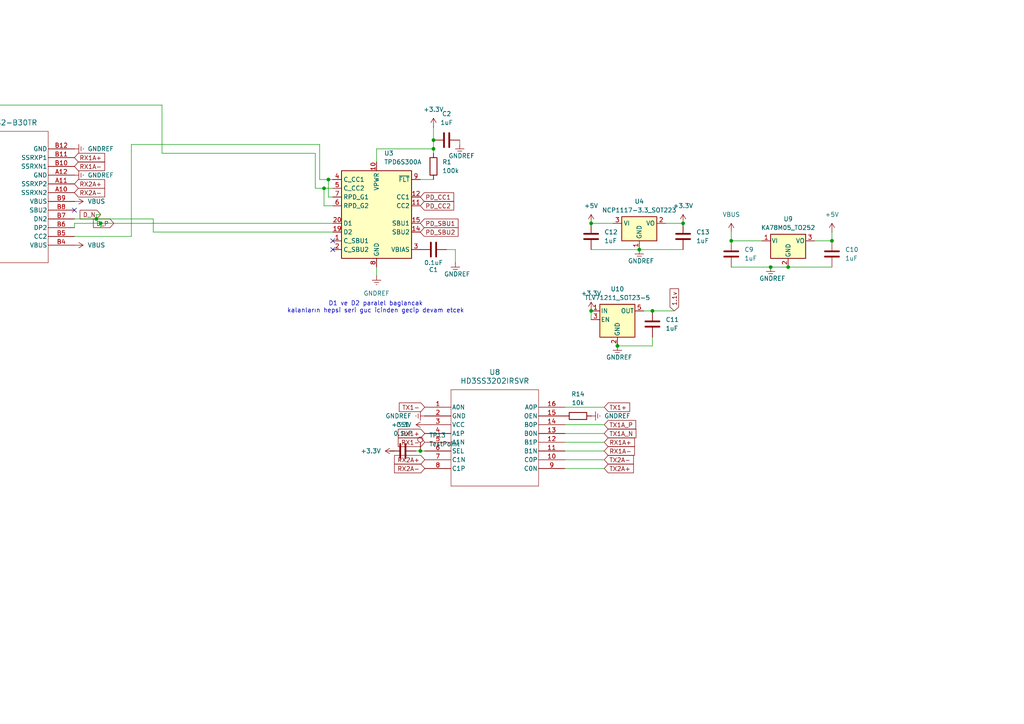
<source format=kicad_sch>
(kicad_sch
	(version 20250114)
	(generator "eeschema")
	(generator_version "9.0")
	(uuid "a434749a-1906-4753-ade1-c5daab52bae8")
	(paper "A4")
	(lib_symbols
		(symbol "2025-03-14_07-53-38:HD3SS3202IRSVR"
			(pin_names
				(offset 0.254)
			)
			(exclude_from_sim no)
			(in_bom yes)
			(on_board yes)
			(property "Reference" "U"
				(at 20.32 10.16 0)
				(effects
					(font
						(size 1.524 1.524)
					)
				)
			)
			(property "Value" "HD3SS3202IRSVR"
				(at 20.32 7.62 0)
				(effects
					(font
						(size 1.524 1.524)
					)
				)
			)
			(property "Footprint" "RSV16_TEX"
				(at 0 0 0)
				(effects
					(font
						(size 1.27 1.27)
						(italic yes)
					)
					(hide yes)
				)
			)
			(property "Datasheet" "HD3SS3202IRSVR"
				(at 0 0 0)
				(effects
					(font
						(size 1.27 1.27)
						(italic yes)
					)
					(hide yes)
				)
			)
			(property "Description" ""
				(at 0 0 0)
				(effects
					(font
						(size 1.27 1.27)
					)
					(hide yes)
				)
			)
			(property "ki_locked" ""
				(at 0 0 0)
				(effects
					(font
						(size 1.27 1.27)
					)
				)
			)
			(property "ki_keywords" "HD3SS3202IRSVR"
				(at 0 0 0)
				(effects
					(font
						(size 1.27 1.27)
					)
					(hide yes)
				)
			)
			(property "ki_fp_filters" "RSV16_TEX"
				(at 0 0 0)
				(effects
					(font
						(size 1.27 1.27)
					)
					(hide yes)
				)
			)
			(symbol "HD3SS3202IRSVR_0_1"
				(polyline
					(pts
						(xy 7.62 5.08) (xy 7.62 -22.86)
					)
					(stroke
						(width 0.127)
						(type default)
					)
					(fill
						(type none)
					)
				)
				(polyline
					(pts
						(xy 7.62 -22.86) (xy 33.02 -22.86)
					)
					(stroke
						(width 0.127)
						(type default)
					)
					(fill
						(type none)
					)
				)
				(polyline
					(pts
						(xy 33.02 5.08) (xy 7.62 5.08)
					)
					(stroke
						(width 0.127)
						(type default)
					)
					(fill
						(type none)
					)
				)
				(polyline
					(pts
						(xy 33.02 -22.86) (xy 33.02 5.08)
					)
					(stroke
						(width 0.127)
						(type default)
					)
					(fill
						(type none)
					)
				)
				(pin bidirectional line
					(at 0 0 0)
					(length 7.62)
					(name "A0N"
						(effects
							(font
								(size 1.27 1.27)
							)
						)
					)
					(number "1"
						(effects
							(font
								(size 1.27 1.27)
							)
						)
					)
				)
				(pin power_in line
					(at 0 -2.54 0)
					(length 7.62)
					(name "GND"
						(effects
							(font
								(size 1.27 1.27)
							)
						)
					)
					(number "2"
						(effects
							(font
								(size 1.27 1.27)
							)
						)
					)
				)
				(pin power_in line
					(at 0 -5.08 0)
					(length 7.62)
					(name "VCC"
						(effects
							(font
								(size 1.27 1.27)
							)
						)
					)
					(number "3"
						(effects
							(font
								(size 1.27 1.27)
							)
						)
					)
				)
				(pin bidirectional line
					(at 0 -7.62 0)
					(length 7.62)
					(name "A1P"
						(effects
							(font
								(size 1.27 1.27)
							)
						)
					)
					(number "4"
						(effects
							(font
								(size 1.27 1.27)
							)
						)
					)
				)
				(pin bidirectional line
					(at 0 -10.16 0)
					(length 7.62)
					(name "A1N"
						(effects
							(font
								(size 1.27 1.27)
							)
						)
					)
					(number "5"
						(effects
							(font
								(size 1.27 1.27)
							)
						)
					)
				)
				(pin input line
					(at 0 -12.7 0)
					(length 7.62)
					(name "SEL"
						(effects
							(font
								(size 1.27 1.27)
							)
						)
					)
					(number "6"
						(effects
							(font
								(size 1.27 1.27)
							)
						)
					)
				)
				(pin bidirectional line
					(at 0 -15.24 0)
					(length 7.62)
					(name "C1N"
						(effects
							(font
								(size 1.27 1.27)
							)
						)
					)
					(number "7"
						(effects
							(font
								(size 1.27 1.27)
							)
						)
					)
				)
				(pin bidirectional line
					(at 0 -17.78 0)
					(length 7.62)
					(name "C1P"
						(effects
							(font
								(size 1.27 1.27)
							)
						)
					)
					(number "8"
						(effects
							(font
								(size 1.27 1.27)
							)
						)
					)
				)
				(pin bidirectional line
					(at 40.64 0 180)
					(length 7.62)
					(name "A0P"
						(effects
							(font
								(size 1.27 1.27)
							)
						)
					)
					(number "16"
						(effects
							(font
								(size 1.27 1.27)
							)
						)
					)
				)
				(pin input line
					(at 40.64 -2.54 180)
					(length 7.62)
					(name "OEN"
						(effects
							(font
								(size 1.27 1.27)
							)
						)
					)
					(number "15"
						(effects
							(font
								(size 1.27 1.27)
							)
						)
					)
				)
				(pin bidirectional line
					(at 40.64 -5.08 180)
					(length 7.62)
					(name "B0P"
						(effects
							(font
								(size 1.27 1.27)
							)
						)
					)
					(number "14"
						(effects
							(font
								(size 1.27 1.27)
							)
						)
					)
				)
				(pin bidirectional line
					(at 40.64 -7.62 180)
					(length 7.62)
					(name "B0N"
						(effects
							(font
								(size 1.27 1.27)
							)
						)
					)
					(number "13"
						(effects
							(font
								(size 1.27 1.27)
							)
						)
					)
				)
				(pin bidirectional line
					(at 40.64 -10.16 180)
					(length 7.62)
					(name "B1P"
						(effects
							(font
								(size 1.27 1.27)
							)
						)
					)
					(number "12"
						(effects
							(font
								(size 1.27 1.27)
							)
						)
					)
				)
				(pin bidirectional line
					(at 40.64 -12.7 180)
					(length 7.62)
					(name "B1N"
						(effects
							(font
								(size 1.27 1.27)
							)
						)
					)
					(number "11"
						(effects
							(font
								(size 1.27 1.27)
							)
						)
					)
				)
				(pin bidirectional line
					(at 40.64 -15.24 180)
					(length 7.62)
					(name "C0P"
						(effects
							(font
								(size 1.27 1.27)
							)
						)
					)
					(number "10"
						(effects
							(font
								(size 1.27 1.27)
							)
						)
					)
				)
				(pin bidirectional line
					(at 40.64 -17.78 180)
					(length 7.62)
					(name "C0N"
						(effects
							(font
								(size 1.27 1.27)
							)
						)
					)
					(number "9"
						(effects
							(font
								(size 1.27 1.27)
							)
						)
					)
				)
			)
			(embedded_fonts no)
		)
		(symbol "2025-04-25_06-19-14:KUSBX-SMT-CS2-B30TR"
			(pin_names
				(offset 0.254)
			)
			(exclude_from_sim no)
			(in_bom yes)
			(on_board yes)
			(property "Reference" "J"
				(at 25.4 10.16 0)
				(effects
					(font
						(size 1.524 1.524)
					)
				)
			)
			(property "Value" "KUSBX-SMT-CS2-B30TR"
				(at 25.4 7.62 0)
				(effects
					(font
						(size 1.524 1.524)
					)
				)
			)
			(property "Footprint" "KUSBX-SMT3-CS-BTR_KYC"
				(at 0 0 0)
				(effects
					(font
						(size 1.27 1.27)
						(italic yes)
					)
					(hide yes)
				)
			)
			(property "Datasheet" "KUSBX-SMT-CS2-B30TR"
				(at 0 0 0)
				(effects
					(font
						(size 1.27 1.27)
						(italic yes)
					)
					(hide yes)
				)
			)
			(property "Description" ""
				(at 0 0 0)
				(effects
					(font
						(size 1.27 1.27)
					)
					(hide yes)
				)
			)
			(property "ki_locked" ""
				(at 0 0 0)
				(effects
					(font
						(size 1.27 1.27)
					)
				)
			)
			(property "ki_keywords" "KUSBX-SMT-CS2-B30TR"
				(at 0 0 0)
				(effects
					(font
						(size 1.27 1.27)
					)
					(hide yes)
				)
			)
			(property "ki_fp_filters" "KUSBX-SMT3-CS-BTR_KYC"
				(at 0 0 0)
				(effects
					(font
						(size 1.27 1.27)
					)
					(hide yes)
				)
			)
			(symbol "KUSBX-SMT-CS2-B30TR_0_1"
				(polyline
					(pts
						(xy 7.62 5.08) (xy 7.62 -33.02)
					)
					(stroke
						(width 0.127)
						(type default)
					)
					(fill
						(type none)
					)
				)
				(polyline
					(pts
						(xy 7.62 -33.02) (xy 43.18 -33.02)
					)
					(stroke
						(width 0.127)
						(type default)
					)
					(fill
						(type none)
					)
				)
				(polyline
					(pts
						(xy 43.18 5.08) (xy 7.62 5.08)
					)
					(stroke
						(width 0.127)
						(type default)
					)
					(fill
						(type none)
					)
				)
				(polyline
					(pts
						(xy 43.18 -33.02) (xy 43.18 5.08)
					)
					(stroke
						(width 0.127)
						(type default)
					)
					(fill
						(type none)
					)
				)
				(pin power_out line
					(at 0 0 0)
					(length 7.62)
					(name "GND"
						(effects
							(font
								(size 1.27 1.27)
							)
						)
					)
					(number "A1"
						(effects
							(font
								(size 1.27 1.27)
							)
						)
					)
				)
				(pin bidirectional line
					(at 0 -2.54 0)
					(length 7.62)
					(name "SSTXP1"
						(effects
							(font
								(size 1.27 1.27)
							)
						)
					)
					(number "A2"
						(effects
							(font
								(size 1.27 1.27)
							)
						)
					)
				)
				(pin bidirectional line
					(at 0 -5.08 0)
					(length 7.62)
					(name "SSTXN1"
						(effects
							(font
								(size 1.27 1.27)
							)
						)
					)
					(number "A3"
						(effects
							(font
								(size 1.27 1.27)
							)
						)
					)
				)
				(pin unspecified line
					(at 0 -7.62 0)
					(length 7.62)
					(name "VBUS"
						(effects
							(font
								(size 1.27 1.27)
							)
						)
					)
					(number "A4"
						(effects
							(font
								(size 1.27 1.27)
							)
						)
					)
				)
				(pin bidirectional line
					(at 0 -10.16 0)
					(length 7.62)
					(name "CC1"
						(effects
							(font
								(size 1.27 1.27)
							)
						)
					)
					(number "A5"
						(effects
							(font
								(size 1.27 1.27)
							)
						)
					)
				)
				(pin bidirectional line
					(at 0 -12.7 0)
					(length 7.62)
					(name "DP1"
						(effects
							(font
								(size 1.27 1.27)
							)
						)
					)
					(number "A6"
						(effects
							(font
								(size 1.27 1.27)
							)
						)
					)
				)
				(pin bidirectional line
					(at 0 -15.24 0)
					(length 7.62)
					(name "DN1"
						(effects
							(font
								(size 1.27 1.27)
							)
						)
					)
					(number "A7"
						(effects
							(font
								(size 1.27 1.27)
							)
						)
					)
				)
				(pin bidirectional line
					(at 0 -17.78 0)
					(length 7.62)
					(name "SBU1"
						(effects
							(font
								(size 1.27 1.27)
							)
						)
					)
					(number "A8"
						(effects
							(font
								(size 1.27 1.27)
							)
						)
					)
				)
				(pin unspecified line
					(at 0 -20.32 0)
					(length 7.62)
					(name "VBUS"
						(effects
							(font
								(size 1.27 1.27)
							)
						)
					)
					(number "A9"
						(effects
							(font
								(size 1.27 1.27)
							)
						)
					)
				)
				(pin power_out line
					(at 0 -22.86 0)
					(length 7.62)
					(name "GND"
						(effects
							(font
								(size 1.27 1.27)
							)
						)
					)
					(number "B1"
						(effects
							(font
								(size 1.27 1.27)
							)
						)
					)
				)
				(pin bidirectional line
					(at 0 -25.4 0)
					(length 7.62)
					(name "SSTXP2"
						(effects
							(font
								(size 1.27 1.27)
							)
						)
					)
					(number "B2"
						(effects
							(font
								(size 1.27 1.27)
							)
						)
					)
				)
				(pin bidirectional line
					(at 0 -27.94 0)
					(length 7.62)
					(name "SSTXN2"
						(effects
							(font
								(size 1.27 1.27)
							)
						)
					)
					(number "B3"
						(effects
							(font
								(size 1.27 1.27)
							)
						)
					)
				)
				(pin power_out line
					(at 50.8 0 180)
					(length 7.62)
					(name "GND"
						(effects
							(font
								(size 1.27 1.27)
							)
						)
					)
					(number "B12"
						(effects
							(font
								(size 1.27 1.27)
							)
						)
					)
				)
				(pin bidirectional line
					(at 50.8 -2.54 180)
					(length 7.62)
					(name "SSRXP1"
						(effects
							(font
								(size 1.27 1.27)
							)
						)
					)
					(number "B11"
						(effects
							(font
								(size 1.27 1.27)
							)
						)
					)
				)
				(pin bidirectional line
					(at 50.8 -5.08 180)
					(length 7.62)
					(name "SSRXN1"
						(effects
							(font
								(size 1.27 1.27)
							)
						)
					)
					(number "B10"
						(effects
							(font
								(size 1.27 1.27)
							)
						)
					)
				)
				(pin power_out line
					(at 50.8 -7.62 180)
					(length 7.62)
					(name "GND"
						(effects
							(font
								(size 1.27 1.27)
							)
						)
					)
					(number "A12"
						(effects
							(font
								(size 1.27 1.27)
							)
						)
					)
				)
				(pin bidirectional line
					(at 50.8 -10.16 180)
					(length 7.62)
					(name "SSRXP2"
						(effects
							(font
								(size 1.27 1.27)
							)
						)
					)
					(number "A11"
						(effects
							(font
								(size 1.27 1.27)
							)
						)
					)
				)
				(pin bidirectional line
					(at 50.8 -12.7 180)
					(length 7.62)
					(name "SSRXN2"
						(effects
							(font
								(size 1.27 1.27)
							)
						)
					)
					(number "A10"
						(effects
							(font
								(size 1.27 1.27)
							)
						)
					)
				)
				(pin unspecified line
					(at 50.8 -15.24 180)
					(length 7.62)
					(name "VBUS"
						(effects
							(font
								(size 1.27 1.27)
							)
						)
					)
					(number "B9"
						(effects
							(font
								(size 1.27 1.27)
							)
						)
					)
				)
				(pin bidirectional line
					(at 50.8 -17.78 180)
					(length 7.62)
					(name "SBU2"
						(effects
							(font
								(size 1.27 1.27)
							)
						)
					)
					(number "B8"
						(effects
							(font
								(size 1.27 1.27)
							)
						)
					)
				)
				(pin bidirectional line
					(at 50.8 -20.32 180)
					(length 7.62)
					(name "DN2"
						(effects
							(font
								(size 1.27 1.27)
							)
						)
					)
					(number "B7"
						(effects
							(font
								(size 1.27 1.27)
							)
						)
					)
				)
				(pin bidirectional line
					(at 50.8 -22.86 180)
					(length 7.62)
					(name "DP2"
						(effects
							(font
								(size 1.27 1.27)
							)
						)
					)
					(number "B6"
						(effects
							(font
								(size 1.27 1.27)
							)
						)
					)
				)
				(pin bidirectional line
					(at 50.8 -25.4 180)
					(length 7.62)
					(name "CC2"
						(effects
							(font
								(size 1.27 1.27)
							)
						)
					)
					(number "B5"
						(effects
							(font
								(size 1.27 1.27)
							)
						)
					)
				)
				(pin unspecified line
					(at 50.8 -27.94 180)
					(length 7.62)
					(name "VBUS"
						(effects
							(font
								(size 1.27 1.27)
							)
						)
					)
					(number "B4"
						(effects
							(font
								(size 1.27 1.27)
							)
						)
					)
				)
			)
			(embedded_fonts no)
		)
		(symbol "Connector:Screw_Terminal_01x02"
			(pin_names
				(offset 1.016)
				(hide yes)
			)
			(exclude_from_sim no)
			(in_bom yes)
			(on_board yes)
			(property "Reference" "J"
				(at 0 2.54 0)
				(effects
					(font
						(size 1.27 1.27)
					)
				)
			)
			(property "Value" "Screw_Terminal_01x02"
				(at 0 -5.08 0)
				(effects
					(font
						(size 1.27 1.27)
					)
				)
			)
			(property "Footprint" ""
				(at 0 0 0)
				(effects
					(font
						(size 1.27 1.27)
					)
					(hide yes)
				)
			)
			(property "Datasheet" "~"
				(at 0 0 0)
				(effects
					(font
						(size 1.27 1.27)
					)
					(hide yes)
				)
			)
			(property "Description" "Generic screw terminal, single row, 01x02, script generated (kicad-library-utils/schlib/autogen/connector/)"
				(at 0 0 0)
				(effects
					(font
						(size 1.27 1.27)
					)
					(hide yes)
				)
			)
			(property "ki_keywords" "screw terminal"
				(at 0 0 0)
				(effects
					(font
						(size 1.27 1.27)
					)
					(hide yes)
				)
			)
			(property "ki_fp_filters" "TerminalBlock*:*"
				(at 0 0 0)
				(effects
					(font
						(size 1.27 1.27)
					)
					(hide yes)
				)
			)
			(symbol "Screw_Terminal_01x02_1_1"
				(rectangle
					(start -1.27 1.27)
					(end 1.27 -3.81)
					(stroke
						(width 0.254)
						(type default)
					)
					(fill
						(type background)
					)
				)
				(polyline
					(pts
						(xy -0.5334 0.3302) (xy 0.3302 -0.508)
					)
					(stroke
						(width 0.1524)
						(type default)
					)
					(fill
						(type none)
					)
				)
				(polyline
					(pts
						(xy -0.5334 -2.2098) (xy 0.3302 -3.048)
					)
					(stroke
						(width 0.1524)
						(type default)
					)
					(fill
						(type none)
					)
				)
				(polyline
					(pts
						(xy -0.3556 0.508) (xy 0.508 -0.3302)
					)
					(stroke
						(width 0.1524)
						(type default)
					)
					(fill
						(type none)
					)
				)
				(polyline
					(pts
						(xy -0.3556 -2.032) (xy 0.508 -2.8702)
					)
					(stroke
						(width 0.1524)
						(type default)
					)
					(fill
						(type none)
					)
				)
				(circle
					(center 0 0)
					(radius 0.635)
					(stroke
						(width 0.1524)
						(type default)
					)
					(fill
						(type none)
					)
				)
				(circle
					(center 0 -2.54)
					(radius 0.635)
					(stroke
						(width 0.1524)
						(type default)
					)
					(fill
						(type none)
					)
				)
				(pin passive line
					(at -5.08 0 0)
					(length 3.81)
					(name "Pin_1"
						(effects
							(font
								(size 1.27 1.27)
							)
						)
					)
					(number "1"
						(effects
							(font
								(size 1.27 1.27)
							)
						)
					)
				)
				(pin passive line
					(at -5.08 -2.54 0)
					(length 3.81)
					(name "Pin_2"
						(effects
							(font
								(size 1.27 1.27)
							)
						)
					)
					(number "2"
						(effects
							(font
								(size 1.27 1.27)
							)
						)
					)
				)
			)
			(embedded_fonts no)
		)
		(symbol "Connector:TestPoint"
			(pin_numbers
				(hide yes)
			)
			(pin_names
				(offset 0.762)
				(hide yes)
			)
			(exclude_from_sim no)
			(in_bom yes)
			(on_board yes)
			(property "Reference" "TP"
				(at 0 6.858 0)
				(effects
					(font
						(size 1.27 1.27)
					)
				)
			)
			(property "Value" "TestPoint"
				(at 0 5.08 0)
				(effects
					(font
						(size 1.27 1.27)
					)
				)
			)
			(property "Footprint" ""
				(at 5.08 0 0)
				(effects
					(font
						(size 1.27 1.27)
					)
					(hide yes)
				)
			)
			(property "Datasheet" "~"
				(at 5.08 0 0)
				(effects
					(font
						(size 1.27 1.27)
					)
					(hide yes)
				)
			)
			(property "Description" "test point"
				(at 0 0 0)
				(effects
					(font
						(size 1.27 1.27)
					)
					(hide yes)
				)
			)
			(property "ki_keywords" "test point tp"
				(at 0 0 0)
				(effects
					(font
						(size 1.27 1.27)
					)
					(hide yes)
				)
			)
			(property "ki_fp_filters" "Pin* Test*"
				(at 0 0 0)
				(effects
					(font
						(size 1.27 1.27)
					)
					(hide yes)
				)
			)
			(symbol "TestPoint_0_1"
				(circle
					(center 0 3.302)
					(radius 0.762)
					(stroke
						(width 0)
						(type default)
					)
					(fill
						(type none)
					)
				)
			)
			(symbol "TestPoint_1_1"
				(pin passive line
					(at 0 0 90)
					(length 2.54)
					(name "1"
						(effects
							(font
								(size 1.27 1.27)
							)
						)
					)
					(number "1"
						(effects
							(font
								(size 1.27 1.27)
							)
						)
					)
				)
			)
			(embedded_fonts no)
		)
		(symbol "Device:C"
			(pin_numbers
				(hide yes)
			)
			(pin_names
				(offset 0.254)
			)
			(exclude_from_sim no)
			(in_bom yes)
			(on_board yes)
			(property "Reference" "C"
				(at 0.635 2.54 0)
				(effects
					(font
						(size 1.27 1.27)
					)
					(justify left)
				)
			)
			(property "Value" "C"
				(at 0.635 -2.54 0)
				(effects
					(font
						(size 1.27 1.27)
					)
					(justify left)
				)
			)
			(property "Footprint" ""
				(at 0.9652 -3.81 0)
				(effects
					(font
						(size 1.27 1.27)
					)
					(hide yes)
				)
			)
			(property "Datasheet" "~"
				(at 0 0 0)
				(effects
					(font
						(size 1.27 1.27)
					)
					(hide yes)
				)
			)
			(property "Description" "Unpolarized capacitor"
				(at 0 0 0)
				(effects
					(font
						(size 1.27 1.27)
					)
					(hide yes)
				)
			)
			(property "ki_keywords" "cap capacitor"
				(at 0 0 0)
				(effects
					(font
						(size 1.27 1.27)
					)
					(hide yes)
				)
			)
			(property "ki_fp_filters" "C_*"
				(at 0 0 0)
				(effects
					(font
						(size 1.27 1.27)
					)
					(hide yes)
				)
			)
			(symbol "C_0_1"
				(polyline
					(pts
						(xy -2.032 0.762) (xy 2.032 0.762)
					)
					(stroke
						(width 0.508)
						(type default)
					)
					(fill
						(type none)
					)
				)
				(polyline
					(pts
						(xy -2.032 -0.762) (xy 2.032 -0.762)
					)
					(stroke
						(width 0.508)
						(type default)
					)
					(fill
						(type none)
					)
				)
			)
			(symbol "C_1_1"
				(pin passive line
					(at 0 3.81 270)
					(length 2.794)
					(name "~"
						(effects
							(font
								(size 1.27 1.27)
							)
						)
					)
					(number "1"
						(effects
							(font
								(size 1.27 1.27)
							)
						)
					)
				)
				(pin passive line
					(at 0 -3.81 90)
					(length 2.794)
					(name "~"
						(effects
							(font
								(size 1.27 1.27)
							)
						)
					)
					(number "2"
						(effects
							(font
								(size 1.27 1.27)
							)
						)
					)
				)
			)
			(embedded_fonts no)
		)
		(symbol "Device:R"
			(pin_numbers
				(hide yes)
			)
			(pin_names
				(offset 0)
			)
			(exclude_from_sim no)
			(in_bom yes)
			(on_board yes)
			(property "Reference" "R"
				(at 2.032 0 90)
				(effects
					(font
						(size 1.27 1.27)
					)
				)
			)
			(property "Value" "R"
				(at 0 0 90)
				(effects
					(font
						(size 1.27 1.27)
					)
				)
			)
			(property "Footprint" ""
				(at -1.778 0 90)
				(effects
					(font
						(size 1.27 1.27)
					)
					(hide yes)
				)
			)
			(property "Datasheet" "~"
				(at 0 0 0)
				(effects
					(font
						(size 1.27 1.27)
					)
					(hide yes)
				)
			)
			(property "Description" "Resistor"
				(at 0 0 0)
				(effects
					(font
						(size 1.27 1.27)
					)
					(hide yes)
				)
			)
			(property "ki_keywords" "R res resistor"
				(at 0 0 0)
				(effects
					(font
						(size 1.27 1.27)
					)
					(hide yes)
				)
			)
			(property "ki_fp_filters" "R_*"
				(at 0 0 0)
				(effects
					(font
						(size 1.27 1.27)
					)
					(hide yes)
				)
			)
			(symbol "R_0_1"
				(rectangle
					(start -1.016 -2.54)
					(end 1.016 2.54)
					(stroke
						(width 0.254)
						(type default)
					)
					(fill
						(type none)
					)
				)
			)
			(symbol "R_1_1"
				(pin passive line
					(at 0 3.81 270)
					(length 1.27)
					(name "~"
						(effects
							(font
								(size 1.27 1.27)
							)
						)
					)
					(number "1"
						(effects
							(font
								(size 1.27 1.27)
							)
						)
					)
				)
				(pin passive line
					(at 0 -3.81 90)
					(length 1.27)
					(name "~"
						(effects
							(font
								(size 1.27 1.27)
							)
						)
					)
					(number "2"
						(effects
							(font
								(size 1.27 1.27)
							)
						)
					)
				)
			)
			(embedded_fonts no)
		)
		(symbol "Power_Protection:TPD6S300A"
			(exclude_from_sim no)
			(in_bom yes)
			(on_board yes)
			(property "Reference" "U"
				(at -8.89 13.97 0)
				(effects
					(font
						(size 1.27 1.27)
					)
				)
			)
			(property "Value" "TPD6S300A"
				(at 7.62 -15.24 0)
				(effects
					(font
						(size 1.27 1.27)
					)
				)
			)
			(property "Footprint" "Package_DFN_QFN:WQFN-20-1EP_3x3mm_P0.4mm_EP1.7x1.7mm_ThermalVias"
				(at 0 -25.4 0)
				(effects
					(font
						(size 1.27 1.27)
					)
					(hide yes)
				)
			)
			(property "Datasheet" "https://www.ti.com/lit/ds/symlink/tpd6s300a.pdf"
				(at 0 -27.94 0)
				(effects
					(font
						(size 1.27 1.27)
					)
					(hide yes)
				)
			)
			(property "Description" "USB Type-C Port Protector: Short-to-VBUS Overvoltage and IEC ESD Protection, WQFN-20"
				(at 0 0 0)
				(effects
					(font
						(size 1.27 1.27)
					)
					(hide yes)
				)
			)
			(property "ki_keywords" "USB-C ESD"
				(at 0 0 0)
				(effects
					(font
						(size 1.27 1.27)
					)
					(hide yes)
				)
			)
			(property "ki_fp_filters" "WQFN*1EP*3x3mm*P0.4mm*"
				(at 0 0 0)
				(effects
					(font
						(size 1.27 1.27)
					)
					(hide yes)
				)
			)
			(symbol "TPD6S300A_0_1"
				(rectangle
					(start -10.16 12.7)
					(end 10.16 -12.7)
					(stroke
						(width 0.254)
						(type solid)
					)
					(fill
						(type background)
					)
				)
			)
			(symbol "TPD6S300A_1_1"
				(pin bidirectional line
					(at -12.7 10.16 0)
					(length 2.54)
					(name "C_CC1"
						(effects
							(font
								(size 1.27 1.27)
							)
						)
					)
					(number "4"
						(effects
							(font
								(size 1.27 1.27)
							)
						)
					)
				)
				(pin bidirectional line
					(at -12.7 7.62 0)
					(length 2.54)
					(name "C_CC2"
						(effects
							(font
								(size 1.27 1.27)
							)
						)
					)
					(number "5"
						(effects
							(font
								(size 1.27 1.27)
							)
						)
					)
				)
				(pin bidirectional line
					(at -12.7 5.08 0)
					(length 2.54)
					(name "RPD_G1"
						(effects
							(font
								(size 1.27 1.27)
							)
						)
					)
					(number "7"
						(effects
							(font
								(size 1.27 1.27)
							)
						)
					)
				)
				(pin bidirectional line
					(at -12.7 2.54 0)
					(length 2.54)
					(name "RPD_G2"
						(effects
							(font
								(size 1.27 1.27)
							)
						)
					)
					(number "6"
						(effects
							(font
								(size 1.27 1.27)
							)
						)
					)
				)
				(pin passive line
					(at -12.7 -2.54 0)
					(length 2.54)
					(name "D1"
						(effects
							(font
								(size 1.27 1.27)
							)
						)
					)
					(number "20"
						(effects
							(font
								(size 1.27 1.27)
							)
						)
					)
				)
				(pin passive line
					(at -12.7 -5.08 0)
					(length 2.54)
					(name "D2"
						(effects
							(font
								(size 1.27 1.27)
							)
						)
					)
					(number "19"
						(effects
							(font
								(size 1.27 1.27)
							)
						)
					)
				)
				(pin bidirectional line
					(at -12.7 -7.62 0)
					(length 2.54)
					(name "C_SBU1"
						(effects
							(font
								(size 1.27 1.27)
							)
						)
					)
					(number "1"
						(effects
							(font
								(size 1.27 1.27)
							)
						)
					)
				)
				(pin bidirectional line
					(at -12.7 -10.16 0)
					(length 2.54)
					(name "C_SBU2"
						(effects
							(font
								(size 1.27 1.27)
							)
						)
					)
					(number "2"
						(effects
							(font
								(size 1.27 1.27)
							)
						)
					)
				)
				(pin power_in line
					(at 0 15.24 270)
					(length 2.54)
					(name "VPWR"
						(effects
							(font
								(size 1.27 1.27)
							)
						)
					)
					(number "10"
						(effects
							(font
								(size 1.27 1.27)
							)
						)
					)
				)
				(pin passive line
					(at 0 -15.24 90)
					(length 2.54)
					(hide yes)
					(name "GND"
						(effects
							(font
								(size 1.27 1.27)
							)
						)
					)
					(number "13"
						(effects
							(font
								(size 1.27 1.27)
							)
						)
					)
				)
				(pin passive line
					(at 0 -15.24 90)
					(length 2.54)
					(hide yes)
					(name "GND"
						(effects
							(font
								(size 1.27 1.27)
							)
						)
					)
					(number "16"
						(effects
							(font
								(size 1.27 1.27)
							)
						)
					)
				)
				(pin passive line
					(at 0 -15.24 90)
					(length 2.54)
					(hide yes)
					(name "GND"
						(effects
							(font
								(size 1.27 1.27)
							)
						)
					)
					(number "17"
						(effects
							(font
								(size 1.27 1.27)
							)
						)
					)
				)
				(pin passive line
					(at 0 -15.24 90)
					(length 2.54)
					(hide yes)
					(name "GND"
						(effects
							(font
								(size 1.27 1.27)
							)
						)
					)
					(number "18"
						(effects
							(font
								(size 1.27 1.27)
							)
						)
					)
				)
				(pin passive line
					(at 0 -15.24 90)
					(length 2.54)
					(hide yes)
					(name "GND"
						(effects
							(font
								(size 1.27 1.27)
							)
						)
					)
					(number "21"
						(effects
							(font
								(size 1.27 1.27)
							)
						)
					)
				)
				(pin power_in line
					(at 0 -15.24 90)
					(length 2.54)
					(name "GND"
						(effects
							(font
								(size 1.27 1.27)
							)
						)
					)
					(number "8"
						(effects
							(font
								(size 1.27 1.27)
							)
						)
					)
				)
				(pin open_collector line
					(at 12.7 10.16 180)
					(length 2.54)
					(name "~{FLT}"
						(effects
							(font
								(size 1.27 1.27)
							)
						)
					)
					(number "9"
						(effects
							(font
								(size 1.27 1.27)
							)
						)
					)
				)
				(pin bidirectional line
					(at 12.7 5.08 180)
					(length 2.54)
					(name "CC1"
						(effects
							(font
								(size 1.27 1.27)
							)
						)
					)
					(number "12"
						(effects
							(font
								(size 1.27 1.27)
							)
						)
					)
				)
				(pin bidirectional line
					(at 12.7 2.54 180)
					(length 2.54)
					(name "CC2"
						(effects
							(font
								(size 1.27 1.27)
							)
						)
					)
					(number "11"
						(effects
							(font
								(size 1.27 1.27)
							)
						)
					)
				)
				(pin bidirectional line
					(at 12.7 -2.54 180)
					(length 2.54)
					(name "SBU1"
						(effects
							(font
								(size 1.27 1.27)
							)
						)
					)
					(number "15"
						(effects
							(font
								(size 1.27 1.27)
							)
						)
					)
				)
				(pin bidirectional line
					(at 12.7 -5.08 180)
					(length 2.54)
					(name "SBU2"
						(effects
							(font
								(size 1.27 1.27)
							)
						)
					)
					(number "14"
						(effects
							(font
								(size 1.27 1.27)
							)
						)
					)
				)
				(pin passive line
					(at 12.7 -10.16 180)
					(length 2.54)
					(name "VBIAS"
						(effects
							(font
								(size 1.27 1.27)
							)
						)
					)
					(number "3"
						(effects
							(font
								(size 1.27 1.27)
							)
						)
					)
				)
			)
			(embedded_fonts no)
		)
		(symbol "Regulator_Linear:KA78M05_TO252"
			(pin_names
				(offset 0.254)
			)
			(exclude_from_sim no)
			(in_bom yes)
			(on_board yes)
			(property "Reference" "U"
				(at -3.81 3.175 0)
				(effects
					(font
						(size 1.27 1.27)
					)
				)
			)
			(property "Value" "KA78M05_TO252"
				(at 0 3.175 0)
				(effects
					(font
						(size 1.27 1.27)
					)
					(justify left)
				)
			)
			(property "Footprint" "Package_TO_SOT_SMD:TO-252-2"
				(at 0 5.715 0)
				(effects
					(font
						(size 1.27 1.27)
						(italic yes)
					)
					(hide yes)
				)
			)
			(property "Datasheet" "https://www.onsemi.com/pub/Collateral/MC78M00-D.PDF"
				(at 0 -1.27 0)
				(effects
					(font
						(size 1.27 1.27)
					)
					(hide yes)
				)
			)
			(property "Description" "Positive 500mA 35V Linear Regulator, Fixed Output 5V, TO-252 (D-PAK)"
				(at 0 0 0)
				(effects
					(font
						(size 1.27 1.27)
					)
					(hide yes)
				)
			)
			(property "ki_keywords" "Voltage Regulator 500mA Positive"
				(at 0 0 0)
				(effects
					(font
						(size 1.27 1.27)
					)
					(hide yes)
				)
			)
			(property "ki_fp_filters" "TO?252*"
				(at 0 0 0)
				(effects
					(font
						(size 1.27 1.27)
					)
					(hide yes)
				)
			)
			(symbol "KA78M05_TO252_0_1"
				(rectangle
					(start -5.08 1.905)
					(end 5.08 -5.08)
					(stroke
						(width 0.254)
						(type default)
					)
					(fill
						(type background)
					)
				)
			)
			(symbol "KA78M05_TO252_1_1"
				(pin power_in line
					(at -7.62 0 0)
					(length 2.54)
					(name "VI"
						(effects
							(font
								(size 1.27 1.27)
							)
						)
					)
					(number "1"
						(effects
							(font
								(size 1.27 1.27)
							)
						)
					)
				)
				(pin power_in line
					(at 0 -7.62 90)
					(length 2.54)
					(name "GND"
						(effects
							(font
								(size 1.27 1.27)
							)
						)
					)
					(number "2"
						(effects
							(font
								(size 1.27 1.27)
							)
						)
					)
				)
				(pin power_out line
					(at 7.62 0 180)
					(length 2.54)
					(name "VO"
						(effects
							(font
								(size 1.27 1.27)
							)
						)
					)
					(number "3"
						(effects
							(font
								(size 1.27 1.27)
							)
						)
					)
				)
			)
			(embedded_fonts no)
		)
		(symbol "Regulator_Linear:NCP1117-3.3_SOT223"
			(exclude_from_sim no)
			(in_bom yes)
			(on_board yes)
			(property "Reference" "U"
				(at -3.81 3.175 0)
				(effects
					(font
						(size 1.27 1.27)
					)
				)
			)
			(property "Value" "NCP1117-3.3_SOT223"
				(at 0 3.175 0)
				(effects
					(font
						(size 1.27 1.27)
					)
					(justify left)
				)
			)
			(property "Footprint" "Package_TO_SOT_SMD:SOT-223-3_TabPin2"
				(at 0 5.08 0)
				(effects
					(font
						(size 1.27 1.27)
					)
					(hide yes)
				)
			)
			(property "Datasheet" "http://www.onsemi.com/pub_link/Collateral/NCP1117-D.PDF"
				(at 2.54 -6.35 0)
				(effects
					(font
						(size 1.27 1.27)
					)
					(hide yes)
				)
			)
			(property "Description" "1A Low drop-out regulator, Fixed Output 3.3V, SOT-223"
				(at 0 0 0)
				(effects
					(font
						(size 1.27 1.27)
					)
					(hide yes)
				)
			)
			(property "ki_keywords" "REGULATOR LDO 3.3V"
				(at 0 0 0)
				(effects
					(font
						(size 1.27 1.27)
					)
					(hide yes)
				)
			)
			(property "ki_fp_filters" "SOT?223*TabPin2*"
				(at 0 0 0)
				(effects
					(font
						(size 1.27 1.27)
					)
					(hide yes)
				)
			)
			(symbol "NCP1117-3.3_SOT223_0_1"
				(rectangle
					(start -5.08 -5.08)
					(end 5.08 1.905)
					(stroke
						(width 0.254)
						(type default)
					)
					(fill
						(type background)
					)
				)
			)
			(symbol "NCP1117-3.3_SOT223_1_1"
				(pin power_in line
					(at -7.62 0 0)
					(length 2.54)
					(name "VI"
						(effects
							(font
								(size 1.27 1.27)
							)
						)
					)
					(number "3"
						(effects
							(font
								(size 1.27 1.27)
							)
						)
					)
				)
				(pin power_in line
					(at 0 -7.62 90)
					(length 2.54)
					(name "GND"
						(effects
							(font
								(size 1.27 1.27)
							)
						)
					)
					(number "1"
						(effects
							(font
								(size 1.27 1.27)
							)
						)
					)
				)
				(pin power_out line
					(at 7.62 0 180)
					(length 2.54)
					(name "VO"
						(effects
							(font
								(size 1.27 1.27)
							)
						)
					)
					(number "2"
						(effects
							(font
								(size 1.27 1.27)
							)
						)
					)
				)
			)
			(embedded_fonts no)
		)
		(symbol "Regulator_Linear:TLV71211_SOT23-5"
			(pin_names
				(offset 0.254)
			)
			(exclude_from_sim no)
			(in_bom yes)
			(on_board yes)
			(property "Reference" "U"
				(at -3.81 5.715 0)
				(effects
					(font
						(size 1.27 1.27)
					)
				)
			)
			(property "Value" "TLV71211_SOT23-5"
				(at 0 5.715 0)
				(effects
					(font
						(size 1.27 1.27)
					)
					(justify left)
				)
			)
			(property "Footprint" "Package_TO_SOT_SMD:SOT-23-5"
				(at 0 8.255 0)
				(effects
					(font
						(size 1.27 1.27)
						(italic yes)
					)
					(hide yes)
				)
			)
			(property "Datasheet" "http://www.ti.com/lit/ds/symlink/tlv712.pdf"
				(at 0 1.27 0)
				(effects
					(font
						(size 1.27 1.27)
					)
					(hide yes)
				)
			)
			(property "Description" "300mA Low Dropout Voltage Regulator, Fixed Output 1.1V, SOT-23-5"
				(at 0 0 0)
				(effects
					(font
						(size 1.27 1.27)
					)
					(hide yes)
				)
			)
			(property "ki_keywords" "300mA LDO Regulator Fixed Positive"
				(at 0 0 0)
				(effects
					(font
						(size 1.27 1.27)
					)
					(hide yes)
				)
			)
			(property "ki_fp_filters" "SOT?23*"
				(at 0 0 0)
				(effects
					(font
						(size 1.27 1.27)
					)
					(hide yes)
				)
			)
			(symbol "TLV71211_SOT23-5_0_1"
				(rectangle
					(start -5.08 4.445)
					(end 5.08 -5.08)
					(stroke
						(width 0.254)
						(type default)
					)
					(fill
						(type background)
					)
				)
			)
			(symbol "TLV71211_SOT23-5_1_1"
				(pin power_in line
					(at -7.62 2.54 0)
					(length 2.54)
					(name "IN"
						(effects
							(font
								(size 1.27 1.27)
							)
						)
					)
					(number "1"
						(effects
							(font
								(size 1.27 1.27)
							)
						)
					)
				)
				(pin input line
					(at -7.62 0 0)
					(length 2.54)
					(name "EN"
						(effects
							(font
								(size 1.27 1.27)
							)
						)
					)
					(number "3"
						(effects
							(font
								(size 1.27 1.27)
							)
						)
					)
				)
				(pin power_in line
					(at 0 -7.62 90)
					(length 2.54)
					(name "GND"
						(effects
							(font
								(size 1.27 1.27)
							)
						)
					)
					(number "2"
						(effects
							(font
								(size 1.27 1.27)
							)
						)
					)
				)
				(pin no_connect line
					(at 5.08 0 180)
					(length 2.54)
					(hide yes)
					(name "NC"
						(effects
							(font
								(size 1.27 1.27)
							)
						)
					)
					(number "4"
						(effects
							(font
								(size 1.27 1.27)
							)
						)
					)
				)
				(pin power_out line
					(at 7.62 2.54 180)
					(length 2.54)
					(name "OUT"
						(effects
							(font
								(size 1.27 1.27)
							)
						)
					)
					(number "5"
						(effects
							(font
								(size 1.27 1.27)
							)
						)
					)
				)
			)
			(embedded_fonts no)
		)
		(symbol "power:+3.3V"
			(power)
			(pin_numbers
				(hide yes)
			)
			(pin_names
				(offset 0)
				(hide yes)
			)
			(exclude_from_sim no)
			(in_bom yes)
			(on_board yes)
			(property "Reference" "#PWR"
				(at 0 -3.81 0)
				(effects
					(font
						(size 1.27 1.27)
					)
					(hide yes)
				)
			)
			(property "Value" "+3.3V"
				(at 0 3.556 0)
				(effects
					(font
						(size 1.27 1.27)
					)
				)
			)
			(property "Footprint" ""
				(at 0 0 0)
				(effects
					(font
						(size 1.27 1.27)
					)
					(hide yes)
				)
			)
			(property "Datasheet" ""
				(at 0 0 0)
				(effects
					(font
						(size 1.27 1.27)
					)
					(hide yes)
				)
			)
			(property "Description" "Power symbol creates a global label with name \"+3.3V\""
				(at 0 0 0)
				(effects
					(font
						(size 1.27 1.27)
					)
					(hide yes)
				)
			)
			(property "ki_keywords" "global power"
				(at 0 0 0)
				(effects
					(font
						(size 1.27 1.27)
					)
					(hide yes)
				)
			)
			(symbol "+3.3V_0_1"
				(polyline
					(pts
						(xy -0.762 1.27) (xy 0 2.54)
					)
					(stroke
						(width 0)
						(type default)
					)
					(fill
						(type none)
					)
				)
				(polyline
					(pts
						(xy 0 2.54) (xy 0.762 1.27)
					)
					(stroke
						(width 0)
						(type default)
					)
					(fill
						(type none)
					)
				)
				(polyline
					(pts
						(xy 0 0) (xy 0 2.54)
					)
					(stroke
						(width 0)
						(type default)
					)
					(fill
						(type none)
					)
				)
			)
			(symbol "+3.3V_1_1"
				(pin power_in line
					(at 0 0 90)
					(length 0)
					(name "~"
						(effects
							(font
								(size 1.27 1.27)
							)
						)
					)
					(number "1"
						(effects
							(font
								(size 1.27 1.27)
							)
						)
					)
				)
			)
			(embedded_fonts no)
		)
		(symbol "power:+5V"
			(power)
			(pin_numbers
				(hide yes)
			)
			(pin_names
				(offset 0)
				(hide yes)
			)
			(exclude_from_sim no)
			(in_bom yes)
			(on_board yes)
			(property "Reference" "#PWR"
				(at 0 -3.81 0)
				(effects
					(font
						(size 1.27 1.27)
					)
					(hide yes)
				)
			)
			(property "Value" "+5V"
				(at 0 3.556 0)
				(effects
					(font
						(size 1.27 1.27)
					)
				)
			)
			(property "Footprint" ""
				(at 0 0 0)
				(effects
					(font
						(size 1.27 1.27)
					)
					(hide yes)
				)
			)
			(property "Datasheet" ""
				(at 0 0 0)
				(effects
					(font
						(size 1.27 1.27)
					)
					(hide yes)
				)
			)
			(property "Description" "Power symbol creates a global label with name \"+5V\""
				(at 0 0 0)
				(effects
					(font
						(size 1.27 1.27)
					)
					(hide yes)
				)
			)
			(property "ki_keywords" "global power"
				(at 0 0 0)
				(effects
					(font
						(size 1.27 1.27)
					)
					(hide yes)
				)
			)
			(symbol "+5V_0_1"
				(polyline
					(pts
						(xy -0.762 1.27) (xy 0 2.54)
					)
					(stroke
						(width 0)
						(type default)
					)
					(fill
						(type none)
					)
				)
				(polyline
					(pts
						(xy 0 2.54) (xy 0.762 1.27)
					)
					(stroke
						(width 0)
						(type default)
					)
					(fill
						(type none)
					)
				)
				(polyline
					(pts
						(xy 0 0) (xy 0 2.54)
					)
					(stroke
						(width 0)
						(type default)
					)
					(fill
						(type none)
					)
				)
			)
			(symbol "+5V_1_1"
				(pin power_in line
					(at 0 0 90)
					(length 0)
					(name "~"
						(effects
							(font
								(size 1.27 1.27)
							)
						)
					)
					(number "1"
						(effects
							(font
								(size 1.27 1.27)
							)
						)
					)
				)
			)
			(embedded_fonts no)
		)
		(symbol "power:GNDREF"
			(power)
			(pin_numbers
				(hide yes)
			)
			(pin_names
				(offset 0)
				(hide yes)
			)
			(exclude_from_sim no)
			(in_bom yes)
			(on_board yes)
			(property "Reference" "#PWR"
				(at 0 -6.35 0)
				(effects
					(font
						(size 1.27 1.27)
					)
					(hide yes)
				)
			)
			(property "Value" "GNDREF"
				(at 0 -3.81 0)
				(effects
					(font
						(size 1.27 1.27)
					)
				)
			)
			(property "Footprint" ""
				(at 0 0 0)
				(effects
					(font
						(size 1.27 1.27)
					)
					(hide yes)
				)
			)
			(property "Datasheet" ""
				(at 0 0 0)
				(effects
					(font
						(size 1.27 1.27)
					)
					(hide yes)
				)
			)
			(property "Description" "Power symbol creates a global label with name \"GNDREF\" , reference supply ground"
				(at 0 0 0)
				(effects
					(font
						(size 1.27 1.27)
					)
					(hide yes)
				)
			)
			(property "ki_keywords" "global power"
				(at 0 0 0)
				(effects
					(font
						(size 1.27 1.27)
					)
					(hide yes)
				)
			)
			(symbol "GNDREF_0_1"
				(polyline
					(pts
						(xy -0.635 -1.905) (xy 0.635 -1.905)
					)
					(stroke
						(width 0)
						(type default)
					)
					(fill
						(type none)
					)
				)
				(polyline
					(pts
						(xy -0.127 -2.54) (xy 0.127 -2.54)
					)
					(stroke
						(width 0)
						(type default)
					)
					(fill
						(type none)
					)
				)
				(polyline
					(pts
						(xy 0 -1.27) (xy 0 0)
					)
					(stroke
						(width 0)
						(type default)
					)
					(fill
						(type none)
					)
				)
				(polyline
					(pts
						(xy 1.27 -1.27) (xy -1.27 -1.27)
					)
					(stroke
						(width 0)
						(type default)
					)
					(fill
						(type none)
					)
				)
			)
			(symbol "GNDREF_1_1"
				(pin power_in line
					(at 0 0 270)
					(length 0)
					(name "~"
						(effects
							(font
								(size 1.27 1.27)
							)
						)
					)
					(number "1"
						(effects
							(font
								(size 1.27 1.27)
							)
						)
					)
				)
			)
			(embedded_fonts no)
		)
		(symbol "power:VBUS"
			(power)
			(pin_numbers
				(hide yes)
			)
			(pin_names
				(offset 0)
				(hide yes)
			)
			(exclude_from_sim no)
			(in_bom yes)
			(on_board yes)
			(property "Reference" "#PWR"
				(at 0 -3.81 0)
				(effects
					(font
						(size 1.27 1.27)
					)
					(hide yes)
				)
			)
			(property "Value" "VBUS"
				(at 0 3.556 0)
				(effects
					(font
						(size 1.27 1.27)
					)
				)
			)
			(property "Footprint" ""
				(at 0 0 0)
				(effects
					(font
						(size 1.27 1.27)
					)
					(hide yes)
				)
			)
			(property "Datasheet" ""
				(at 0 0 0)
				(effects
					(font
						(size 1.27 1.27)
					)
					(hide yes)
				)
			)
			(property "Description" "Power symbol creates a global label with name \"VBUS\""
				(at 0 0 0)
				(effects
					(font
						(size 1.27 1.27)
					)
					(hide yes)
				)
			)
			(property "ki_keywords" "global power"
				(at 0 0 0)
				(effects
					(font
						(size 1.27 1.27)
					)
					(hide yes)
				)
			)
			(symbol "VBUS_0_1"
				(polyline
					(pts
						(xy -0.762 1.27) (xy 0 2.54)
					)
					(stroke
						(width 0)
						(type default)
					)
					(fill
						(type none)
					)
				)
				(polyline
					(pts
						(xy 0 2.54) (xy 0.762 1.27)
					)
					(stroke
						(width 0)
						(type default)
					)
					(fill
						(type none)
					)
				)
				(polyline
					(pts
						(xy 0 0) (xy 0 2.54)
					)
					(stroke
						(width 0)
						(type default)
					)
					(fill
						(type none)
					)
				)
			)
			(symbol "VBUS_1_1"
				(pin power_in line
					(at 0 0 90)
					(length 0)
					(name "~"
						(effects
							(font
								(size 1.27 1.27)
							)
						)
					)
					(number "1"
						(effects
							(font
								(size 1.27 1.27)
							)
						)
					)
				)
			)
			(embedded_fonts no)
		)
	)
	(text "D1 ve D2 paralel baglancak\nkalanların hepsi seri guc icinden gecip devam etcek"
		(exclude_from_sim no)
		(at 108.966 89.154 0)
		(effects
			(font
				(size 1.27 1.27)
			)
		)
		(uuid "f04f7c97-0319-4817-86a3-8aa9a6f8a0da")
	)
	(junction
		(at 171.45 90.17)
		(diameter 0)
		(color 0 0 0 0)
		(uuid "06ef1945-f7e3-4fe7-9c2c-8206c839134e")
	)
	(junction
		(at 212.09 69.85)
		(diameter 0)
		(color 0 0 0 0)
		(uuid "18f4fa9f-6967-47cc-a492-7f292bf9a7b5")
	)
	(junction
		(at 198.12 64.77)
		(diameter 0)
		(color 0 0 0 0)
		(uuid "1e33d387-74f3-4235-b031-ddcf4a353178")
	)
	(junction
		(at 171.45 64.77)
		(diameter 0)
		(color 0 0 0 0)
		(uuid "25b3c6e0-2f23-42e1-8ca1-4815495c898b")
	)
	(junction
		(at 223.52 77.47)
		(diameter 0)
		(color 0 0 0 0)
		(uuid "44a8732b-c81a-496c-bc6f-c2fe4a16e158")
	)
	(junction
		(at 29.21 64.77)
		(diameter 0)
		(color 0 0 0 0)
		(uuid "49e24d92-cd07-461a-b363-41062da1301b")
	)
	(junction
		(at 93.98 54.61)
		(diameter 0)
		(color 0 0 0 0)
		(uuid "4db8df3a-1195-4db6-8e20-11978d990b5f")
	)
	(junction
		(at 179.07 100.33)
		(diameter 0)
		(color 0 0 0 0)
		(uuid "7c9bb1d0-276e-497d-adb4-04f10131ceda")
	)
	(junction
		(at 27.94 63.5)
		(diameter 0)
		(color 0 0 0 0)
		(uuid "7f7d7f42-3fc9-4041-a369-f6b017a7ada9")
	)
	(junction
		(at 95.25 52.07)
		(diameter 0)
		(color 0 0 0 0)
		(uuid "7fe2045e-c783-434f-963d-dd21f2f26c1d")
	)
	(junction
		(at 228.6 77.47)
		(diameter 0)
		(color 0 0 0 0)
		(uuid "88b86bd9-2024-4027-a3b7-63920a6a847f")
	)
	(junction
		(at 189.23 90.17)
		(diameter 0)
		(color 0 0 0 0)
		(uuid "93dfc3e5-84b2-4713-ab76-6746f9ab1688")
	)
	(junction
		(at 185.42 72.39)
		(diameter 0)
		(color 0 0 0 0)
		(uuid "bc18c01a-c911-48ec-bce6-5294b953baa4")
	)
	(junction
		(at 125.73 40.64)
		(diameter 0)
		(color 0 0 0 0)
		(uuid "bc8bc1a5-7e70-4eee-a447-32cd0e1c2b54")
	)
	(junction
		(at 121.92 130.81)
		(diameter 0)
		(color 0 0 0 0)
		(uuid "d11b2da8-7ee8-4d11-82e8-96401789f9af")
	)
	(junction
		(at 241.3 69.85)
		(diameter 0)
		(color 0 0 0 0)
		(uuid "ef40b912-8c9f-4f41-9dda-7a3c93dafc97")
	)
	(junction
		(at 125.73 43.18)
		(diameter 0)
		(color 0 0 0 0)
		(uuid "f31d3d61-43bd-4b77-8b31-a8895711555a")
	)
	(no_connect
		(at -29.21 60.96)
		(uuid "35feda8d-5dec-4225-9afd-02e09fa51241")
	)
	(no_connect
		(at 21.59 60.96)
		(uuid "64cf0e70-6f1e-49be-9908-81623d033953")
	)
	(no_connect
		(at 96.52 69.85)
		(uuid "89d95c58-10e2-46fb-8463-d0f83c69f0a5")
	)
	(no_connect
		(at 96.52 72.39)
		(uuid "e664bd48-83f0-4084-bd80-43626954ecbe")
	)
	(wire
		(pts
			(xy 92.71 41.91) (xy 92.71 52.07)
		)
		(stroke
			(width 0)
			(type default)
		)
		(uuid "006b26b4-58b4-4b2e-8bdc-f98ca2aa40f7")
	)
	(wire
		(pts
			(xy 125.73 44.45) (xy 125.73 43.18)
		)
		(stroke
			(width 0)
			(type default)
		)
		(uuid "054dc4f5-33b8-4be6-a065-d719c8f9f85e")
	)
	(wire
		(pts
			(xy 91.44 44.45) (xy 91.44 54.61)
		)
		(stroke
			(width 0)
			(type default)
		)
		(uuid "079d5c59-2ae1-493f-a854-52d3282958cd")
	)
	(wire
		(pts
			(xy 27.94 63.5) (xy 21.59 63.5)
		)
		(stroke
			(width 0)
			(type default)
		)
		(uuid "0ebae58e-e6ce-49e2-b2fc-8f829d23a50f")
	)
	(wire
		(pts
			(xy 93.98 59.69) (xy 93.98 54.61)
		)
		(stroke
			(width 0)
			(type default)
		)
		(uuid "1735d879-e2fb-479b-a992-2bf638afd7d5")
	)
	(wire
		(pts
			(xy -68.58 30.48) (xy -68.58 53.34)
		)
		(stroke
			(width 0)
			(type default)
		)
		(uuid "17d81a32-d6e2-4cee-bed1-d3cbad5b96ad")
	)
	(wire
		(pts
			(xy 109.22 43.18) (xy 109.22 46.99)
		)
		(stroke
			(width 0)
			(type default)
		)
		(uuid "1842f509-d232-4f25-afd7-8e6b538e960c")
	)
	(wire
		(pts
			(xy -68.58 53.34) (xy -29.21 53.34)
		)
		(stroke
			(width 0)
			(type default)
		)
		(uuid "1bbea637-94dd-44ae-b6a3-138b7e4802c4")
	)
	(wire
		(pts
			(xy 29.21 62.23) (xy 27.94 62.23)
		)
		(stroke
			(width 0)
			(type default)
		)
		(uuid "20556e48-b7cf-4f60-bc2e-0c28e6fc5a4c")
	)
	(wire
		(pts
			(xy 195.58 90.17) (xy 189.23 90.17)
		)
		(stroke
			(width 0)
			(type default)
		)
		(uuid "21b01573-14bb-42ad-9804-2b3cb876e31d")
	)
	(wire
		(pts
			(xy 132.08 76.2) (xy 132.08 72.39)
		)
		(stroke
			(width 0)
			(type default)
		)
		(uuid "2b9e92b0-2aaf-4d96-80fc-cae593e605ed")
	)
	(wire
		(pts
			(xy 125.73 43.18) (xy 109.22 43.18)
		)
		(stroke
			(width 0)
			(type default)
		)
		(uuid "2fc741f7-1d46-49e8-8ba7-200cf05e86f3")
	)
	(wire
		(pts
			(xy 44.45 67.31) (xy 44.45 63.5)
		)
		(stroke
			(width 0)
			(type default)
		)
		(uuid "3738b455-ef51-4d3e-be46-98d72ee2f083")
	)
	(wire
		(pts
			(xy 46.99 44.45) (xy 91.44 44.45)
		)
		(stroke
			(width 0)
			(type default)
		)
		(uuid "383d0ce5-72d4-45dd-8f53-359550e5d02a")
	)
	(wire
		(pts
			(xy 38.1 41.91) (xy 92.71 41.91)
		)
		(stroke
			(width 0)
			(type default)
		)
		(uuid "449ee0a0-967a-490b-9a7c-4bdf277f0a61")
	)
	(wire
		(pts
			(xy 175.26 128.27) (xy 163.83 128.27)
		)
		(stroke
			(width 0)
			(type default)
		)
		(uuid "4ba9532d-818e-475c-8d5d-ef21d1e1ea66")
	)
	(wire
		(pts
			(xy 193.04 64.77) (xy 198.12 64.77)
		)
		(stroke
			(width 0)
			(type default)
		)
		(uuid "4c060405-bd54-44f5-b10b-54ca3056b0cf")
	)
	(wire
		(pts
			(xy -45.72 71.12) (xy -46.99 71.12)
		)
		(stroke
			(width 0)
			(type default)
		)
		(uuid "4dd96607-b8b6-407a-8caf-03fb7a2e309d")
	)
	(wire
		(pts
			(xy 223.52 77.47) (xy 228.6 77.47)
		)
		(stroke
			(width 0)
			(type default)
		)
		(uuid "4e9a36bb-49ad-4301-8b5c-a529049e0483")
	)
	(wire
		(pts
			(xy 109.22 80.01) (xy 109.22 77.47)
		)
		(stroke
			(width 0)
			(type default)
		)
		(uuid "5258dfc8-2457-4a55-a7fe-3c1a097e6d1e")
	)
	(wire
		(pts
			(xy 120.65 130.81) (xy 121.92 130.81)
		)
		(stroke
			(width 0)
			(type default)
		)
		(uuid "58c5ee7d-531a-4826-9858-3d98137ea2c1")
	)
	(wire
		(pts
			(xy 133.35 41.91) (xy 133.35 40.64)
		)
		(stroke
			(width 0)
			(type default)
		)
		(uuid "593358d2-01b0-4a61-9937-637afa5f6b5c")
	)
	(wire
		(pts
			(xy 228.6 77.47) (xy 241.3 77.47)
		)
		(stroke
			(width 0)
			(type default)
		)
		(uuid "59e0a63f-a703-45db-a371-cec5eb70ad90")
	)
	(wire
		(pts
			(xy 171.45 64.77) (xy 177.8 64.77)
		)
		(stroke
			(width 0)
			(type default)
		)
		(uuid "5b588d31-bb52-45bc-bbbc-edeb01a5e623")
	)
	(wire
		(pts
			(xy 125.73 36.83) (xy 125.73 40.64)
		)
		(stroke
			(width 0)
			(type default)
		)
		(uuid "5d2ccca1-a43d-487e-89d2-71d1dae4430a")
	)
	(wire
		(pts
			(xy 241.3 67.31) (xy 241.3 69.85)
		)
		(stroke
			(width 0)
			(type default)
		)
		(uuid "6143c97d-4cf6-4483-919c-4c87fc4184cb")
	)
	(wire
		(pts
			(xy 163.83 135.89) (xy 175.26 135.89)
		)
		(stroke
			(width 0)
			(type default)
		)
		(uuid "6169d6e6-e7b7-4774-8a34-24921b1bcd77")
	)
	(wire
		(pts
			(xy 212.09 67.31) (xy 212.09 69.85)
		)
		(stroke
			(width 0)
			(type default)
		)
		(uuid "65e5e653-521e-460b-a6b9-b717398374c6")
	)
	(wire
		(pts
			(xy 96.52 59.69) (xy 93.98 59.69)
		)
		(stroke
			(width 0)
			(type default)
		)
		(uuid "67f04968-487e-43e1-b35a-4d710f18935e")
	)
	(wire
		(pts
			(xy 189.23 97.79) (xy 189.23 100.33)
		)
		(stroke
			(width 0)
			(type default)
		)
		(uuid "69ee2bda-8dd1-4392-95ff-ac28b96d6769")
	)
	(wire
		(pts
			(xy 44.45 67.31) (xy 96.52 67.31)
		)
		(stroke
			(width 0)
			(type default)
		)
		(uuid "6a3d6baf-dde0-4169-89d5-d00d982ec01a")
	)
	(wire
		(pts
			(xy 21.59 64.77) (xy 29.21 64.77)
		)
		(stroke
			(width 0)
			(type default)
		)
		(uuid "6b5e85c6-4916-47bf-84af-29c78175f609")
	)
	(wire
		(pts
			(xy 125.73 40.64) (xy 125.73 43.18)
		)
		(stroke
			(width 0)
			(type default)
		)
		(uuid "72fde6c6-8862-4edd-821e-276c29ae9b39")
	)
	(wire
		(pts
			(xy 92.71 52.07) (xy 95.25 52.07)
		)
		(stroke
			(width 0)
			(type default)
		)
		(uuid "7534b925-b4f4-4a42-a71c-0c6ad063b9ce")
	)
	(wire
		(pts
			(xy -45.72 48.26) (xy -46.99 48.26)
		)
		(stroke
			(width 0)
			(type default)
		)
		(uuid "77f2570c-1375-4935-83a3-14db444b2255")
	)
	(wire
		(pts
			(xy 175.26 130.81) (xy 163.83 130.81)
		)
		(stroke
			(width 0)
			(type default)
		)
		(uuid "7b0e667e-ba7c-41cf-972b-1142c93fe691")
	)
	(wire
		(pts
			(xy 113.03 130.81) (xy 114.3 130.81)
		)
		(stroke
			(width 0)
			(type default)
		)
		(uuid "7c4c250c-8685-4f01-8c85-56f521cd8eca")
	)
	(wire
		(pts
			(xy 189.23 90.17) (xy 186.69 90.17)
		)
		(stroke
			(width 0)
			(type default)
		)
		(uuid "80d9abb0-f3a7-4493-a2b5-32a6ecca0a7a")
	)
	(wire
		(pts
			(xy -45.72 45.72) (xy -46.99 45.72)
		)
		(stroke
			(width 0)
			(type default)
		)
		(uuid "85e08862-456f-4130-a8d7-ffc31803bd18")
	)
	(wire
		(pts
			(xy 46.99 44.45) (xy 46.99 30.48)
		)
		(stroke
			(width 0)
			(type default)
		)
		(uuid "8b367b90-122a-45fd-992e-a881cf14248e")
	)
	(wire
		(pts
			(xy 125.73 52.07) (xy 121.92 52.07)
		)
		(stroke
			(width 0)
			(type default)
		)
		(uuid "8c1d24c7-fdb2-4509-adb9-4a1b199940cf")
	)
	(wire
		(pts
			(xy 171.45 72.39) (xy 185.42 72.39)
		)
		(stroke
			(width 0)
			(type default)
		)
		(uuid "8e1f79ef-16f3-44ab-affe-cb5bdaf28a08")
	)
	(wire
		(pts
			(xy 121.92 130.81) (xy 123.19 130.81)
		)
		(stroke
			(width 0)
			(type default)
		)
		(uuid "8f2750d2-243b-4a1f-a3b2-19489432890a")
	)
	(wire
		(pts
			(xy 29.21 66.04) (xy 29.21 64.77)
		)
		(stroke
			(width 0)
			(type default)
		)
		(uuid "9022c48f-ebfd-4418-8b71-326cfb04d685")
	)
	(wire
		(pts
			(xy 21.59 68.58) (xy 38.1 68.58)
		)
		(stroke
			(width 0)
			(type default)
		)
		(uuid "913a23b5-d78c-4340-a980-37d50c2345d5")
	)
	(wire
		(pts
			(xy 132.08 72.39) (xy 129.54 72.39)
		)
		(stroke
			(width 0)
			(type default)
		)
		(uuid "9a775f9f-546b-4d38-be28-043134449676")
	)
	(wire
		(pts
			(xy 21.59 64.77) (xy 21.59 66.04)
		)
		(stroke
			(width 0)
			(type default)
		)
		(uuid "9d7acd3b-280c-472f-b3be-2c397e8e2dff")
	)
	(wire
		(pts
			(xy -29.21 71.12) (xy -38.1 71.12)
		)
		(stroke
			(width 0)
			(type default)
		)
		(uuid "9dd95769-6919-4451-b68d-c85c39fcdd8d")
	)
	(wire
		(pts
			(xy 96.52 57.15) (xy 95.25 57.15)
		)
		(stroke
			(width 0)
			(type default)
		)
		(uuid "a751090b-3c13-4952-adb3-bfcdbc751c08")
	)
	(wire
		(pts
			(xy 212.09 69.85) (xy 220.98 69.85)
		)
		(stroke
			(width 0)
			(type default)
		)
		(uuid "a9765c54-a2c9-482e-9dc3-61bacc658562")
	)
	(wire
		(pts
			(xy 236.22 69.85) (xy 241.3 69.85)
		)
		(stroke
			(width 0)
			(type default)
		)
		(uuid "b0438b10-c5ff-4aed-8583-54ffb378534f")
	)
	(wire
		(pts
			(xy 95.25 52.07) (xy 96.52 52.07)
		)
		(stroke
			(width 0)
			(type default)
		)
		(uuid "b1561911-3c09-4bb8-bf7c-4ac879889068")
	)
	(wire
		(pts
			(xy 27.94 62.23) (xy 27.94 63.5)
		)
		(stroke
			(width 0)
			(type default)
		)
		(uuid "b7e0ef33-e572-49c7-b9e9-cc7cbe8d13a6")
	)
	(wire
		(pts
			(xy 93.98 54.61) (xy 96.52 54.61)
		)
		(stroke
			(width 0)
			(type default)
		)
		(uuid "c05b05dd-9169-4a9f-8707-42574af10bee")
	)
	(wire
		(pts
			(xy 163.83 123.19) (xy 175.26 123.19)
		)
		(stroke
			(width 0)
			(type default)
		)
		(uuid "c22ff83d-ae7f-4c50-ba2f-a24c028969db")
	)
	(wire
		(pts
			(xy 95.25 57.15) (xy 95.25 52.07)
		)
		(stroke
			(width 0)
			(type default)
		)
		(uuid "c26f6ee6-6e3f-4ceb-b1a8-3f771b7344c6")
	)
	(wire
		(pts
			(xy -29.21 68.58) (xy -38.1 68.58)
		)
		(stroke
			(width 0)
			(type default)
		)
		(uuid "c3eb4e2b-7812-4f2a-a83b-7bf3c7bdcec2")
	)
	(wire
		(pts
			(xy -45.72 68.58) (xy -46.99 68.58)
		)
		(stroke
			(width 0)
			(type default)
		)
		(uuid "c4db6d16-084b-4b16-9fe2-4993e8675a45")
	)
	(wire
		(pts
			(xy 212.09 77.47) (xy 223.52 77.47)
		)
		(stroke
			(width 0)
			(type default)
		)
		(uuid "c8d1fc75-1c10-4e8e-bbc5-b2a7628ff0c7")
	)
	(wire
		(pts
			(xy 179.07 100.33) (xy 189.23 100.33)
		)
		(stroke
			(width 0)
			(type default)
		)
		(uuid "ccee696f-0afb-400f-aa6e-c1c75c8fbdc2")
	)
	(wire
		(pts
			(xy -38.1 45.72) (xy -29.21 45.72)
		)
		(stroke
			(width 0)
			(type default)
		)
		(uuid "ce5c71a1-98db-4e75-a67f-d667e1a53440")
	)
	(wire
		(pts
			(xy 185.42 72.39) (xy 198.12 72.39)
		)
		(stroke
			(width 0)
			(type default)
		)
		(uuid "d41cd816-07c2-4975-86e4-722ff5a8e3ff")
	)
	(wire
		(pts
			(xy 163.83 125.73) (xy 175.26 125.73)
		)
		(stroke
			(width 0)
			(type default)
		)
		(uuid "d52727d1-8f0f-4465-88a2-7aa115786217")
	)
	(wire
		(pts
			(xy 46.99 30.48) (xy -68.58 30.48)
		)
		(stroke
			(width 0)
			(type default)
		)
		(uuid "dcff9d53-05ef-4fb9-8ba8-c34aaf70b920")
	)
	(wire
		(pts
			(xy 38.1 41.91) (xy 38.1 68.58)
		)
		(stroke
			(width 0)
			(type default)
		)
		(uuid "e3e7fdad-4f65-4428-8b01-054453d46f67")
	)
	(wire
		(pts
			(xy 91.44 54.61) (xy 93.98 54.61)
		)
		(stroke
			(width 0)
			(type default)
		)
		(uuid "e48cad57-0b13-4f1c-8b1c-9774f64145a3")
	)
	(wire
		(pts
			(xy 44.45 63.5) (xy 27.94 63.5)
		)
		(stroke
			(width 0)
			(type default)
		)
		(uuid "eab301c7-c8de-4023-bab6-a2c09d134048")
	)
	(wire
		(pts
			(xy 175.26 118.11) (xy 163.83 118.11)
		)
		(stroke
			(width 0)
			(type default)
		)
		(uuid "eb46129b-2cd3-416a-bdd6-eb4377074573")
	)
	(wire
		(pts
			(xy 171.45 90.17) (xy 171.45 92.71)
		)
		(stroke
			(width 0)
			(type default)
		)
		(uuid "ee0bd517-1c5f-437d-98d0-14f6f52a877a")
	)
	(wire
		(pts
			(xy 163.83 133.35) (xy 175.26 133.35)
		)
		(stroke
			(width 0)
			(type default)
		)
		(uuid "eebd225e-a174-4266-8baf-58521f7c4e7e")
	)
	(wire
		(pts
			(xy -38.1 48.26) (xy -29.21 48.26)
		)
		(stroke
			(width 0)
			(type default)
		)
		(uuid "f173c00b-3b20-4711-a5e6-d5872d6c6149")
	)
	(wire
		(pts
			(xy 29.21 64.77) (xy 96.52 64.77)
		)
		(stroke
			(width 0)
			(type default)
		)
		(uuid "ff9d0748-0473-4a3f-b411-a5fbd8db1fb1")
	)
	(label "+"
		(at -34.29 45.72 0)
		(effects
			(font
				(size 1.27 1.27)
			)
			(justify left bottom)
		)
		(uuid "2edc3462-771b-4ea0-9281-5e49e39c5112")
	)
	(label "-"
		(at -35.56 48.26 0)
		(effects
			(font
				(size 1.27 1.27)
			)
			(justify left bottom)
		)
		(uuid "8fac66a9-7c0d-4d13-b04b-0cda4279553c")
	)
	(global_label "D_N"
		(shape input)
		(at -29.21 58.42 180)
		(fields_autoplaced yes)
		(effects
			(font
				(size 1.27 1.27)
			)
			(justify right)
		)
		(uuid "01554d5a-db9a-4f7c-a146-3a620acd2acc")
		(property "Intersheetrefs" "${INTERSHEET_REFS}"
			(at -35.7633 58.42 0)
			(effects
				(font
					(size 1.27 1.27)
				)
				(justify right)
				(hide yes)
			)
		)
	)
	(global_label "D_N"
		(shape input)
		(at 29.21 62.23 180)
		(fields_autoplaced yes)
		(effects
			(font
				(size 1.27 1.27)
			)
			(justify right)
		)
		(uuid "0e572de3-afa7-41a6-bbde-2adc86e1a197")
		(property "Intersheetrefs" "${INTERSHEET_REFS}"
			(at 22.6567 62.23 0)
			(effects
				(font
					(size 1.27 1.27)
				)
				(justify right)
				(hide yes)
			)
		)
	)
	(global_label "RX1A-"
		(shape input)
		(at 21.59 48.26 0)
		(fields_autoplaced yes)
		(effects
			(font
				(size 1.27 1.27)
			)
			(justify left)
		)
		(uuid "35b7727d-395d-4eab-b01c-1be02a707960")
		(property "Intersheetrefs" "${INTERSHEET_REFS}"
			(at 30.9252 48.26 0)
			(effects
				(font
					(size 1.27 1.27)
				)
				(justify left)
				(hide yes)
			)
		)
	)
	(global_label "D_P"
		(shape input)
		(at -29.21 55.88 180)
		(fields_autoplaced yes)
		(effects
			(font
				(size 1.27 1.27)
			)
			(justify right)
		)
		(uuid "3b5bb957-57b3-41bd-af52-a9d4fa46eb9e")
		(property "Intersheetrefs" "${INTERSHEET_REFS}"
			(at -35.7028 55.88 0)
			(effects
				(font
					(size 1.27 1.27)
				)
				(justify right)
				(hide yes)
			)
		)
	)
	(global_label "TX2A+"
		(shape input)
		(at -46.99 68.58 180)
		(fields_autoplaced yes)
		(effects
			(font
				(size 1.27 1.27)
			)
			(justify right)
		)
		(uuid "3f6f433a-89f4-4bb4-9de3-003edd7c3e79")
		(property "Intersheetrefs" "${INTERSHEET_REFS}"
			(at -56.0228 68.58 0)
			(effects
				(font
					(size 1.27 1.27)
				)
				(justify right)
				(hide yes)
			)
		)
	)
	(global_label "RX2A+"
		(shape input)
		(at 123.19 133.35 180)
		(fields_autoplaced yes)
		(effects
			(font
				(size 1.27 1.27)
			)
			(justify right)
		)
		(uuid "444e3af8-1874-4096-ad57-183741fdbc32")
		(property "Intersheetrefs" "${INTERSHEET_REFS}"
			(at 113.8548 133.35 0)
			(effects
				(font
					(size 1.27 1.27)
				)
				(justify right)
				(hide yes)
			)
		)
	)
	(global_label "PD_CC1"
		(shape input)
		(at 121.92 57.15 0)
		(fields_autoplaced yes)
		(effects
			(font
				(size 1.27 1.27)
			)
			(justify left)
		)
		(uuid "50111813-d6db-40f9-bbeb-39b83fa72c53")
		(property "Intersheetrefs" "${INTERSHEET_REFS}"
			(at 132.1623 57.15 0)
			(effects
				(font
					(size 1.27 1.27)
				)
				(justify left)
				(hide yes)
			)
		)
	)
	(global_label "1.1v"
		(shape input)
		(at 195.58 90.17 90)
		(fields_autoplaced yes)
		(effects
			(font
				(size 1.27 1.27)
			)
			(justify left)
		)
		(uuid "61d50061-2a1f-4e13-9157-e5bf8d0fc553")
		(property "Intersheetrefs" "${INTERSHEET_REFS}"
			(at 195.58 83.1934 90)
			(effects
				(font
					(size 1.27 1.27)
				)
				(justify left)
				(hide yes)
			)
		)
	)
	(global_label "TX1A_N"
		(shape input)
		(at 175.26 125.73 0)
		(fields_autoplaced yes)
		(effects
			(font
				(size 1.27 1.27)
			)
			(justify left)
		)
		(uuid "69d64531-990a-48a3-9523-18c6f3064135")
		(property "Intersheetrefs" "${INTERSHEET_REFS}"
			(at 185.0185 125.73 0)
			(effects
				(font
					(size 1.27 1.27)
				)
				(justify left)
				(hide yes)
			)
		)
	)
	(global_label "RX2A+"
		(shape input)
		(at 21.59 53.34 0)
		(fields_autoplaced yes)
		(effects
			(font
				(size 1.27 1.27)
			)
			(justify left)
		)
		(uuid "6c11b12d-3d70-4365-8374-bf427084a28c")
		(property "Intersheetrefs" "${INTERSHEET_REFS}"
			(at 30.9252 53.34 0)
			(effects
				(font
					(size 1.27 1.27)
				)
				(justify left)
				(hide yes)
			)
		)
	)
	(global_label "RX1A+"
		(shape input)
		(at 21.59 45.72 0)
		(fields_autoplaced yes)
		(effects
			(font
				(size 1.27 1.27)
			)
			(justify left)
		)
		(uuid "7c92f68b-db35-41eb-8dff-07dbf5003ce2")
		(property "Intersheetrefs" "${INTERSHEET_REFS}"
			(at 30.9252 45.72 0)
			(effects
				(font
					(size 1.27 1.27)
				)
				(justify left)
				(hide yes)
			)
		)
	)
	(global_label "PD_SBU1"
		(shape input)
		(at 121.92 64.77 0)
		(fields_autoplaced yes)
		(effects
			(font
				(size 1.27 1.27)
			)
			(justify left)
		)
		(uuid "85320d30-10b1-4af1-8298-09a4a15cb026")
		(property "Intersheetrefs" "${INTERSHEET_REFS}"
			(at 133.4323 64.77 0)
			(effects
				(font
					(size 1.27 1.27)
				)
				(justify left)
				(hide yes)
			)
		)
	)
	(global_label "RX1-"
		(shape input)
		(at 123.19 128.27 180)
		(fields_autoplaced yes)
		(effects
			(font
				(size 1.27 1.27)
			)
			(justify right)
		)
		(uuid "8f53b027-3ff0-4ac3-b835-b59446e8e2fb")
		(property "Intersheetrefs" "${INTERSHEET_REFS}"
			(at 114.9434 128.27 0)
			(effects
				(font
					(size 1.27 1.27)
				)
				(justify right)
				(hide yes)
			)
		)
	)
	(global_label "TX2A-"
		(shape input)
		(at 175.26 133.35 0)
		(fields_autoplaced yes)
		(effects
			(font
				(size 1.27 1.27)
			)
			(justify left)
		)
		(uuid "975808a1-3fdb-4501-8816-713484d7cb8c")
		(property "Intersheetrefs" "${INTERSHEET_REFS}"
			(at 184.2928 133.35 0)
			(effects
				(font
					(size 1.27 1.27)
				)
				(justify left)
				(hide yes)
			)
		)
	)
	(global_label "TX1A_N"
		(shape input)
		(at -46.99 48.26 180)
		(fields_autoplaced yes)
		(effects
			(font
				(size 1.27 1.27)
			)
			(justify right)
		)
		(uuid "9ef7dc6c-ca26-4a22-9f38-d76477a62f4b")
		(property "Intersheetrefs" "${INTERSHEET_REFS}"
			(at -56.7485 48.26 0)
			(effects
				(font
					(size 1.27 1.27)
				)
				(justify right)
				(hide yes)
			)
		)
	)
	(global_label "TX1A_P"
		(shape input)
		(at -46.99 45.72 180)
		(fields_autoplaced yes)
		(effects
			(font
				(size 1.27 1.27)
			)
			(justify right)
		)
		(uuid "9ff7d851-1955-49c6-97cd-3d4180dea7f7")
		(property "Intersheetrefs" "${INTERSHEET_REFS}"
			(at -56.688 45.72 0)
			(effects
				(font
					(size 1.27 1.27)
				)
				(justify right)
				(hide yes)
			)
		)
	)
	(global_label "PD_SBU2"
		(shape input)
		(at 121.92 67.31 0)
		(fields_autoplaced yes)
		(effects
			(font
				(size 1.27 1.27)
			)
			(justify left)
		)
		(uuid "ac8227f1-2c0f-4b07-9ebe-4b92f366596e")
		(property "Intersheetrefs" "${INTERSHEET_REFS}"
			(at 133.4323 67.31 0)
			(effects
				(font
					(size 1.27 1.27)
				)
				(justify left)
				(hide yes)
			)
		)
	)
	(global_label "D_P"
		(shape input)
		(at 33.02 64.77 180)
		(fields_autoplaced yes)
		(effects
			(font
				(size 1.27 1.27)
			)
			(justify right)
		)
		(uuid "ad7223cb-c334-4cc7-9627-5f33f89d622e")
		(property "Intersheetrefs" "${INTERSHEET_REFS}"
			(at 26.5272 64.77 0)
			(effects
				(font
					(size 1.27 1.27)
				)
				(justify right)
				(hide yes)
			)
		)
	)
	(global_label "RX2A-"
		(shape input)
		(at 123.19 135.89 180)
		(fields_autoplaced yes)
		(effects
			(font
				(size 1.27 1.27)
			)
			(justify right)
		)
		(uuid "b236eaea-a906-4eb4-b42a-a808cedaf2ce")
		(property "Intersheetrefs" "${INTERSHEET_REFS}"
			(at 113.8548 135.89 0)
			(effects
				(font
					(size 1.27 1.27)
				)
				(justify right)
				(hide yes)
			)
		)
	)
	(global_label "RX1+"
		(shape input)
		(at 123.19 125.73 180)
		(fields_autoplaced yes)
		(effects
			(font
				(size 1.27 1.27)
			)
			(justify right)
		)
		(uuid "cb9dc5f7-25c7-418f-afbc-42310615a3e6")
		(property "Intersheetrefs" "${INTERSHEET_REFS}"
			(at 114.9434 125.73 0)
			(effects
				(font
					(size 1.27 1.27)
				)
				(justify right)
				(hide yes)
			)
		)
	)
	(global_label "PD_CC2"
		(shape input)
		(at 121.92 59.69 0)
		(fields_autoplaced yes)
		(effects
			(font
				(size 1.27 1.27)
			)
			(justify left)
		)
		(uuid "d3d44e29-c38d-4023-ba60-13c12ca86df6")
		(property "Intersheetrefs" "${INTERSHEET_REFS}"
			(at 132.1623 59.69 0)
			(effects
				(font
					(size 1.27 1.27)
				)
				(justify left)
				(hide yes)
			)
		)
	)
	(global_label "TX1A_P"
		(shape input)
		(at 175.26 123.19 0)
		(fields_autoplaced yes)
		(effects
			(font
				(size 1.27 1.27)
			)
			(justify left)
		)
		(uuid "d7ceac3e-4995-4938-a0c0-774547fa6542")
		(property "Intersheetrefs" "${INTERSHEET_REFS}"
			(at 184.958 123.19 0)
			(effects
				(font
					(size 1.27 1.27)
				)
				(justify left)
				(hide yes)
			)
		)
	)
	(global_label "RX1A-"
		(shape input)
		(at 175.26 130.81 0)
		(fields_autoplaced yes)
		(effects
			(font
				(size 1.27 1.27)
			)
			(justify left)
		)
		(uuid "df8b24c9-8d5a-418f-9a5c-afcb4541dd95")
		(property "Intersheetrefs" "${INTERSHEET_REFS}"
			(at 184.5952 130.81 0)
			(effects
				(font
					(size 1.27 1.27)
				)
				(justify left)
				(hide yes)
			)
		)
	)
	(global_label "TX2A+"
		(shape input)
		(at 175.26 135.89 0)
		(fields_autoplaced yes)
		(effects
			(font
				(size 1.27 1.27)
			)
			(justify left)
		)
		(uuid "e0167773-603c-47b6-94a9-f2cc2bf5df03")
		(property "Intersheetrefs" "${INTERSHEET_REFS}"
			(at 184.2928 135.89 0)
			(effects
				(font
					(size 1.27 1.27)
				)
				(justify left)
				(hide yes)
			)
		)
	)
	(global_label "RX1A+"
		(shape input)
		(at 175.26 128.27 0)
		(fields_autoplaced yes)
		(effects
			(font
				(size 1.27 1.27)
			)
			(justify left)
		)
		(uuid "e149be4c-376a-4759-aae1-6702f9e539a9")
		(property "Intersheetrefs" "${INTERSHEET_REFS}"
			(at 184.5952 128.27 0)
			(effects
				(font
					(size 1.27 1.27)
				)
				(justify left)
				(hide yes)
			)
		)
	)
	(global_label "RX2A-"
		(shape input)
		(at 21.59 55.88 0)
		(fields_autoplaced yes)
		(effects
			(font
				(size 1.27 1.27)
			)
			(justify left)
		)
		(uuid "e6269e37-2a31-4073-bea0-db178c51555a")
		(property "Intersheetrefs" "${INTERSHEET_REFS}"
			(at 30.9252 55.88 0)
			(effects
				(font
					(size 1.27 1.27)
				)
				(justify left)
				(hide yes)
			)
		)
	)
	(global_label "TX1+"
		(shape input)
		(at 175.26 118.11 0)
		(fields_autoplaced yes)
		(effects
			(font
				(size 1.27 1.27)
			)
			(justify left)
		)
		(uuid "f0c09475-24c9-4a69-9819-677dc9964a22")
		(property "Intersheetrefs" "${INTERSHEET_REFS}"
			(at 183.2042 118.11 0)
			(effects
				(font
					(size 1.27 1.27)
				)
				(justify left)
				(hide yes)
			)
		)
	)
	(global_label "TX2A-"
		(shape input)
		(at -46.99 71.12 180)
		(fields_autoplaced yes)
		(effects
			(font
				(size 1.27 1.27)
			)
			(justify right)
		)
		(uuid "f43d40f0-4fb3-438d-86bb-0a31a9a39c4a")
		(property "Intersheetrefs" "${INTERSHEET_REFS}"
			(at -56.0228 71.12 0)
			(effects
				(font
					(size 1.27 1.27)
				)
				(justify right)
				(hide yes)
			)
		)
	)
	(global_label "TX1-"
		(shape input)
		(at 123.19 118.11 180)
		(fields_autoplaced yes)
		(effects
			(font
				(size 1.27 1.27)
			)
			(justify right)
		)
		(uuid "f906edcf-fadc-4b0c-9d85-c26dd2262844")
		(property "Intersheetrefs" "${INTERSHEET_REFS}"
			(at 115.2458 118.11 0)
			(effects
				(font
					(size 1.27 1.27)
				)
				(justify right)
				(hide yes)
			)
		)
	)
	(symbol
		(lib_id "power:+3.3V")
		(at 114.3 130.81 90)
		(unit 1)
		(exclude_from_sim no)
		(in_bom yes)
		(on_board yes)
		(dnp no)
		(fields_autoplaced yes)
		(uuid "0241fbe9-c6be-46e4-9c4a-fe96f0301c3f")
		(property "Reference" "#PWR043"
			(at 118.11 130.81 0)
			(effects
				(font
					(size 1.27 1.27)
				)
				(hide yes)
			)
		)
		(property "Value" "+3.3V"
			(at 110.49 130.8099 90)
			(effects
				(font
					(size 1.27 1.27)
				)
				(justify left)
			)
		)
		(property "Footprint" ""
			(at 114.3 130.81 0)
			(effects
				(font
					(size 1.27 1.27)
				)
				(hide yes)
			)
		)
		(property "Datasheet" ""
			(at 114.3 130.81 0)
			(effects
				(font
					(size 1.27 1.27)
				)
				(hide yes)
			)
		)
		(property "Description" "Power symbol creates a global label with name \"+3.3V\""
			(at 114.3 130.81 0)
			(effects
				(font
					(size 1.27 1.27)
				)
				(hide yes)
			)
		)
		(pin "1"
			(uuid "d797ae76-34f4-4bda-968e-7c6aebaa5f13")
		)
		(instances
			(project "Usb 3. v11"
				(path "/6d9574af-18a2-4e68-aceb-f8599563ee21/0991a389-8fab-4107-b15b-c06d41762493"
					(reference "#PWR043")
					(unit 1)
				)
			)
		)
	)
	(symbol
		(lib_id "Regulator_Linear:KA78M05_TO252")
		(at 228.6 69.85 0)
		(unit 1)
		(exclude_from_sim no)
		(in_bom yes)
		(on_board yes)
		(dnp no)
		(fields_autoplaced yes)
		(uuid "0282750f-3f5e-4c51-99f5-3e96ec97c0e6")
		(property "Reference" "U9"
			(at 228.6 63.5 0)
			(effects
				(font
					(size 1.27 1.27)
				)
			)
		)
		(property "Value" "KA78M05_TO252"
			(at 228.6 66.04 0)
			(effects
				(font
					(size 1.27 1.27)
				)
			)
		)
		(property "Footprint" "Package_TO_SOT_SMD:TO-252-2"
			(at 228.6 64.135 0)
			(effects
				(font
					(size 1.27 1.27)
					(italic yes)
				)
				(hide yes)
			)
		)
		(property "Datasheet" "https://www.onsemi.com/pub/Collateral/MC78M00-D.PDF"
			(at 228.6 71.12 0)
			(effects
				(font
					(size 1.27 1.27)
				)
				(hide yes)
			)
		)
		(property "Description" "Positive 500mA 35V Linear Regulator, Fixed Output 5V, TO-252 (D-PAK)"
			(at 228.6 69.85 0)
			(effects
				(font
					(size 1.27 1.27)
				)
				(hide yes)
			)
		)
		(property "Digi-Key_PN" "KA78T05TU-ND "
			(at 228.6 69.85 0)
			(effects
				(font
					(size 1.27 1.27)
				)
				(hide yes)
			)
		)
		(property "MPN" "KA78T05TU "
			(at 228.6 69.85 0)
			(effects
				(font
					(size 1.27 1.27)
				)
				(hide yes)
			)
		)
		(pin "3"
			(uuid "995d21a0-b507-4d42-9665-b8a02b865a1c")
		)
		(pin "1"
			(uuid "5092c231-53c3-43c0-a7b1-d8bf9a8d214b")
		)
		(pin "2"
			(uuid "d64d90c8-60a5-4890-821f-638d59987259")
		)
		(instances
			(project ""
				(path "/6d9574af-18a2-4e68-aceb-f8599563ee21/0991a389-8fab-4107-b15b-c06d41762493"
					(reference "U9")
					(unit 1)
				)
			)
		)
	)
	(symbol
		(lib_id "power:VBUS")
		(at -29.21 63.5 90)
		(unit 1)
		(exclude_from_sim no)
		(in_bom yes)
		(on_board yes)
		(dnp no)
		(fields_autoplaced yes)
		(uuid "0b79ec4f-ecc6-4719-bb71-2f8a0b822d3d")
		(property "Reference" "#PWR080"
			(at -25.4 63.5 0)
			(effects
				(font
					(size 1.27 1.27)
				)
				(hide yes)
			)
		)
		(property "Value" "VBUS"
			(at -31.75 63.4999 90)
			(effects
				(font
					(size 1.27 1.27)
				)
				(justify left)
			)
		)
		(property "Footprint" ""
			(at -29.21 63.5 0)
			(effects
				(font
					(size 1.27 1.27)
				)
				(hide yes)
			)
		)
		(property "Datasheet" ""
			(at -29.21 63.5 0)
			(effects
				(font
					(size 1.27 1.27)
				)
				(hide yes)
			)
		)
		(property "Description" "Power symbol creates a global label with name \"VBUS\""
			(at -29.21 63.5 0)
			(effects
				(font
					(size 1.27 1.27)
				)
				(hide yes)
			)
		)
		(pin "1"
			(uuid "07e7583b-ba88-4507-a5e7-2ba61a38b13c")
		)
		(instances
			(project "Usb 3. v11"
				(path "/6d9574af-18a2-4e68-aceb-f8599563ee21/0991a389-8fab-4107-b15b-c06d41762493"
					(reference "#PWR080")
					(unit 1)
				)
			)
		)
	)
	(symbol
		(lib_id "power:VBUS")
		(at -82.55 59.69 90)
		(unit 1)
		(exclude_from_sim no)
		(in_bom yes)
		(on_board yes)
		(dnp no)
		(fields_autoplaced yes)
		(uuid "0c954546-c725-4ed4-8f71-241a471ae96c")
		(property "Reference" "#PWR096"
			(at -78.74 59.69 0)
			(effects
				(font
					(size 1.27 1.27)
				)
				(hide yes)
			)
		)
		(property "Value" "VBUS"
			(at -86.36 59.6899 90)
			(effects
				(font
					(size 1.27 1.27)
				)
				(justify left)
			)
		)
		(property "Footprint" ""
			(at -82.55 59.69 0)
			(effects
				(font
					(size 1.27 1.27)
				)
				(hide yes)
			)
		)
		(property "Datasheet" ""
			(at -82.55 59.69 0)
			(effects
				(font
					(size 1.27 1.27)
				)
				(hide yes)
			)
		)
		(property "Description" "Power symbol creates a global label with name \"VBUS\""
			(at -82.55 59.69 0)
			(effects
				(font
					(size 1.27 1.27)
				)
				(hide yes)
			)
		)
		(pin "1"
			(uuid "2ab29307-4f81-40f2-9726-4183b852222b")
		)
		(instances
			(project "Usb 3. v11"
				(path "/6d9574af-18a2-4e68-aceb-f8599563ee21/0991a389-8fab-4107-b15b-c06d41762493"
					(reference "#PWR096")
					(unit 1)
				)
			)
		)
	)
	(symbol
		(lib_id "power:GNDREF")
		(at 132.08 76.2 0)
		(unit 1)
		(exclude_from_sim no)
		(in_bom yes)
		(on_board yes)
		(dnp no)
		(uuid "0ca70463-65f0-44fb-8d14-52f4f690ac30")
		(property "Reference" "#PWR03"
			(at 132.08 82.55 0)
			(effects
				(font
					(size 1.27 1.27)
				)
				(hide yes)
			)
		)
		(property "Value" "GNDREF"
			(at 132.588 79.502 0)
			(effects
				(font
					(size 1.27 1.27)
				)
			)
		)
		(property "Footprint" ""
			(at 132.08 76.2 0)
			(effects
				(font
					(size 1.27 1.27)
				)
				(hide yes)
			)
		)
		(property "Datasheet" ""
			(at 132.08 76.2 0)
			(effects
				(font
					(size 1.27 1.27)
				)
				(hide yes)
			)
		)
		(property "Description" "Power symbol creates a global label with name \"GNDREF\" , reference supply ground"
			(at 132.08 76.2 0)
			(effects
				(font
					(size 1.27 1.27)
				)
				(hide yes)
			)
		)
		(pin "1"
			(uuid "8ef7cf03-7e66-4aad-bbe9-18fd8bc0d57e")
		)
		(instances
			(project "Usb 3.0"
				(path "/6d9574af-18a2-4e68-aceb-f8599563ee21/0991a389-8fab-4107-b15b-c06d41762493"
					(reference "#PWR03")
					(unit 1)
				)
			)
		)
	)
	(symbol
		(lib_id "power:GNDREF")
		(at 109.22 80.01 0)
		(unit 1)
		(exclude_from_sim no)
		(in_bom yes)
		(on_board yes)
		(dnp no)
		(fields_autoplaced yes)
		(uuid "1183f09e-b0a7-42c7-888c-3a1f259158cb")
		(property "Reference" "#PWR01"
			(at 109.22 86.36 0)
			(effects
				(font
					(size 1.27 1.27)
				)
				(hide yes)
			)
		)
		(property "Value" "GNDREF"
			(at 109.22 85.09 0)
			(effects
				(font
					(size 1.27 1.27)
				)
			)
		)
		(property "Footprint" ""
			(at 109.22 80.01 0)
			(effects
				(font
					(size 1.27 1.27)
				)
				(hide yes)
			)
		)
		(property "Datasheet" ""
			(at 109.22 80.01 0)
			(effects
				(font
					(size 1.27 1.27)
				)
				(hide yes)
			)
		)
		(property "Description" "Power symbol creates a global label with name \"GNDREF\" , reference supply ground"
			(at 109.22 80.01 0)
			(effects
				(font
					(size 1.27 1.27)
				)
				(hide yes)
			)
		)
		(pin "1"
			(uuid "9f67fde2-77a4-4603-aacd-f536863728af")
		)
		(instances
			(project "Usb 3.0"
				(path "/6d9574af-18a2-4e68-aceb-f8599563ee21/0991a389-8fab-4107-b15b-c06d41762493"
					(reference "#PWR01")
					(unit 1)
				)
			)
		)
	)
	(symbol
		(lib_id "power:+3.3V")
		(at 198.12 64.77 0)
		(unit 1)
		(exclude_from_sim no)
		(in_bom yes)
		(on_board yes)
		(dnp no)
		(fields_autoplaced yes)
		(uuid "1e553d78-a8eb-423f-9412-583f611312d6")
		(property "Reference" "#PWR05"
			(at 198.12 68.58 0)
			(effects
				(font
					(size 1.27 1.27)
				)
				(hide yes)
			)
		)
		(property "Value" "+3.3V"
			(at 198.12 59.69 0)
			(effects
				(font
					(size 1.27 1.27)
				)
			)
		)
		(property "Footprint" ""
			(at 198.12 64.77 0)
			(effects
				(font
					(size 1.27 1.27)
				)
				(hide yes)
			)
		)
		(property "Datasheet" ""
			(at 198.12 64.77 0)
			(effects
				(font
					(size 1.27 1.27)
				)
				(hide yes)
			)
		)
		(property "Description" "Power symbol creates a global label with name \"+3.3V\""
			(at 198.12 64.77 0)
			(effects
				(font
					(size 1.27 1.27)
				)
				(hide yes)
			)
		)
		(pin "1"
			(uuid "0f60ca7e-194e-459e-ad20-6cbff2043195")
		)
		(instances
			(project ""
				(path "/6d9574af-18a2-4e68-aceb-f8599563ee21/0991a389-8fab-4107-b15b-c06d41762493"
					(reference "#PWR05")
					(unit 1)
				)
			)
		)
	)
	(symbol
		(lib_id "Device:C")
		(at 171.45 68.58 180)
		(unit 1)
		(exclude_from_sim no)
		(in_bom yes)
		(on_board yes)
		(dnp no)
		(fields_autoplaced yes)
		(uuid "24c04639-ae67-4f15-b38b-143744200661")
		(property "Reference" "C12"
			(at 175.26 67.3099 0)
			(effects
				(font
					(size 1.27 1.27)
				)
				(justify right)
			)
		)
		(property "Value" "1uF"
			(at 175.26 69.8499 0)
			(effects
				(font
					(size 1.27 1.27)
				)
				(justify right)
			)
		)
		(property "Footprint" "Capacitor_SMD:C_0805_2012Metric"
			(at 170.4848 64.77 0)
			(effects
				(font
					(size 1.27 1.27)
				)
				(hide yes)
			)
		)
		(property "Datasheet" "~"
			(at 171.45 68.58 0)
			(effects
				(font
					(size 1.27 1.27)
				)
				(hide yes)
			)
		)
		(property "Description" "Unpolarized capacitor"
			(at 171.45 68.58 0)
			(effects
				(font
					(size 1.27 1.27)
				)
				(hide yes)
			)
		)
		(property "Adet" ""
			(at 171.45 68.58 0)
			(effects
				(font
					(size 1.27 1.27)
				)
			)
		)
		(property "Supplier" ""
			(at 171.45 68.58 0)
			(effects
				(font
					(size 1.27 1.27)
				)
			)
		)
		(property "Sim.Pins" ""
			(at 171.45 68.58 0)
			(effects
				(font
					(size 1.27 1.27)
				)
			)
		)
		(property "Digi-Key_PN" "399-C0805C180J5HACTUTR-ND"
			(at 171.45 68.58 0)
			(effects
				(font
					(size 1.27 1.27)
				)
				(hide yes)
			)
		)
		(property "MPN" "C0805C180J5HACTU"
			(at 171.45 68.58 0)
			(effects
				(font
					(size 1.27 1.27)
				)
				(hide yes)
			)
		)
		(pin "1"
			(uuid "6df34cee-71ee-466b-9ed6-e4bbbb739780")
		)
		(pin "2"
			(uuid "86205d2b-7f34-42de-ab8b-2c3612c07148")
		)
		(instances
			(project "Usb 3. v11"
				(path "/6d9574af-18a2-4e68-aceb-f8599563ee21/0991a389-8fab-4107-b15b-c06d41762493"
					(reference "C12")
					(unit 1)
				)
			)
		)
	)
	(symbol
		(lib_id "power:GNDREF")
		(at -29.21 43.18 270)
		(unit 1)
		(exclude_from_sim no)
		(in_bom yes)
		(on_board yes)
		(dnp no)
		(fields_autoplaced yes)
		(uuid "26241176-a7ae-47b6-81da-c90b66d7851d")
		(property "Reference" "#PWR011"
			(at -35.56 43.18 0)
			(effects
				(font
					(size 1.27 1.27)
				)
				(hide yes)
			)
		)
		(property "Value" "GNDREF"
			(at -33.02 43.1799 90)
			(effects
				(font
					(size 1.27 1.27)
				)
				(justify right)
			)
		)
		(property "Footprint" ""
			(at -29.21 43.18 0)
			(effects
				(font
					(size 1.27 1.27)
				)
				(hide yes)
			)
		)
		(property "Datasheet" ""
			(at -29.21 43.18 0)
			(effects
				(font
					(size 1.27 1.27)
				)
				(hide yes)
			)
		)
		(property "Description" "Power symbol creates a global label with name \"GNDREF\" , reference supply ground"
			(at -29.21 43.18 0)
			(effects
				(font
					(size 1.27 1.27)
				)
				(hide yes)
			)
		)
		(pin "1"
			(uuid "860343bc-0da6-47eb-b654-fb4b2d060b05")
		)
		(instances
			(project "Usb 3. v11"
				(path "/6d9574af-18a2-4e68-aceb-f8599563ee21/0991a389-8fab-4107-b15b-c06d41762493"
					(reference "#PWR011")
					(unit 1)
				)
			)
		)
	)
	(symbol
		(lib_id "Device:R")
		(at 167.64 120.65 90)
		(unit 1)
		(exclude_from_sim no)
		(in_bom yes)
		(on_board yes)
		(dnp no)
		(fields_autoplaced yes)
		(uuid "2e61ec3d-dd5e-4ac0-960d-635e56e93116")
		(property "Reference" "R14"
			(at 167.64 114.3 90)
			(effects
				(font
					(size 1.27 1.27)
				)
			)
		)
		(property "Value" "10k"
			(at 167.64 116.84 90)
			(effects
				(font
					(size 1.27 1.27)
				)
			)
		)
		(property "Footprint" "Resistor_SMD:R_0805_2012Metric"
			(at 167.64 122.428 90)
			(effects
				(font
					(size 1.27 1.27)
				)
				(hide yes)
			)
		)
		(property "Datasheet" "~"
			(at 167.64 120.65 0)
			(effects
				(font
					(size 1.27 1.27)
				)
				(hide yes)
			)
		)
		(property "Description" "Resistor"
			(at 167.64 120.65 0)
			(effects
				(font
					(size 1.27 1.27)
				)
				(hide yes)
			)
		)
		(property "Adet" ""
			(at 167.64 120.65 0)
			(effects
				(font
					(size 1.27 1.27)
				)
			)
		)
		(property "Supplier" ""
			(at 167.64 120.65 0)
			(effects
				(font
					(size 1.27 1.27)
				)
			)
		)
		(property "Sim.Pins" ""
			(at 167.64 120.65 0)
			(effects
				(font
					(size 1.27 1.27)
				)
			)
		)
		(property "Digi-Key_PN" "311-10.0KLRCT-ND"
			(at 167.64 120.65 0)
			(effects
				(font
					(size 1.27 1.27)
				)
				(hide yes)
			)
		)
		(property "MPN" "ERJ-2RKF3571X"
			(at 167.64 120.65 0)
			(effects
				(font
					(size 1.27 1.27)
				)
				(hide yes)
			)
		)
		(pin "1"
			(uuid "ff883635-b342-4868-810a-fd43a888c65a")
		)
		(pin "2"
			(uuid "d8dc3cda-9ca4-4ff9-9bcb-eece40386362")
		)
		(instances
			(project "Usb 3. v11"
				(path "/6d9574af-18a2-4e68-aceb-f8599563ee21/0991a389-8fab-4107-b15b-c06d41762493"
					(reference "R14")
					(unit 1)
				)
			)
		)
	)
	(symbol
		(lib_id "Device:C")
		(at 189.23 93.98 180)
		(unit 1)
		(exclude_from_sim no)
		(in_bom yes)
		(on_board yes)
		(dnp no)
		(fields_autoplaced yes)
		(uuid "334168b9-449f-43b2-a2ef-f74fd14c065d")
		(property "Reference" "C11"
			(at 193.04 92.7099 0)
			(effects
				(font
					(size 1.27 1.27)
				)
				(justify right)
			)
		)
		(property "Value" "1uF"
			(at 193.04 95.2499 0)
			(effects
				(font
					(size 1.27 1.27)
				)
				(justify right)
			)
		)
		(property "Footprint" "Capacitor_SMD:C_0805_2012Metric"
			(at 188.2648 90.17 0)
			(effects
				(font
					(size 1.27 1.27)
				)
				(hide yes)
			)
		)
		(property "Datasheet" "~"
			(at 189.23 93.98 0)
			(effects
				(font
					(size 1.27 1.27)
				)
				(hide yes)
			)
		)
		(property "Description" "Unpolarized capacitor"
			(at 189.23 93.98 0)
			(effects
				(font
					(size 1.27 1.27)
				)
				(hide yes)
			)
		)
		(property "Adet" ""
			(at 189.23 93.98 0)
			(effects
				(font
					(size 1.27 1.27)
				)
			)
		)
		(property "Supplier" ""
			(at 189.23 93.98 0)
			(effects
				(font
					(size 1.27 1.27)
				)
			)
		)
		(property "Sim.Pins" ""
			(at 189.23 93.98 0)
			(effects
				(font
					(size 1.27 1.27)
				)
			)
		)
		(property "Digi-Key_PN" "399-C0805C180J5HACTUTR-ND"
			(at 189.23 93.98 0)
			(effects
				(font
					(size 1.27 1.27)
				)
				(hide yes)
			)
		)
		(property "MPN" "C0805C180J5HACTU"
			(at 189.23 93.98 0)
			(effects
				(font
					(size 1.27 1.27)
				)
				(hide yes)
			)
		)
		(pin "1"
			(uuid "eb42b9ce-136d-4831-b864-7e150fa1922f")
		)
		(pin "2"
			(uuid "6d32a1d1-e907-4636-8a6d-0f34bf524e22")
		)
		(instances
			(project "Usb 3. v11"
				(path "/6d9574af-18a2-4e68-aceb-f8599563ee21/0991a389-8fab-4107-b15b-c06d41762493"
					(reference "C11")
					(unit 1)
				)
			)
		)
	)
	(symbol
		(lib_id "Regulator_Linear:TLV71211_SOT23-5")
		(at 179.07 92.71 0)
		(unit 1)
		(exclude_from_sim no)
		(in_bom yes)
		(on_board yes)
		(dnp no)
		(fields_autoplaced yes)
		(uuid "3b4b1fe9-99aa-4caa-9b0f-c8bbbe60b8a6")
		(property "Reference" "U10"
			(at 179.07 83.82 0)
			(effects
				(font
					(size 1.27 1.27)
				)
			)
		)
		(property "Value" "TLV71211_SOT23-5"
			(at 179.07 86.36 0)
			(effects
				(font
					(size 1.27 1.27)
				)
			)
		)
		(property "Footprint" "Package_TO_SOT_SMD:SOT-23-5"
			(at 179.07 84.455 0)
			(effects
				(font
					(size 1.27 1.27)
					(italic yes)
				)
				(hide yes)
			)
		)
		(property "Datasheet" "http://www.ti.com/lit/ds/symlink/tlv712.pdf"
			(at 179.07 91.44 0)
			(effects
				(font
					(size 1.27 1.27)
				)
				(hide yes)
			)
		)
		(property "Description" "300mA Low Dropout Voltage Regulator, Fixed Output 1.1V, SOT-23-5"
			(at 179.07 92.71 0)
			(effects
				(font
					(size 1.27 1.27)
				)
				(hide yes)
			)
		)
		(property "Digi-Key_PN" "296-30593-2-ND"
			(at 179.07 92.71 0)
			(effects
				(font
					(size 1.27 1.27)
				)
				(hide yes)
			)
		)
		(property "MPN" "TLV71211DBVR"
			(at 179.07 92.71 0)
			(effects
				(font
					(size 1.27 1.27)
				)
				(hide yes)
			)
		)
		(pin "5"
			(uuid "c8b8b017-b19d-4550-8410-5d693a075def")
		)
		(pin "3"
			(uuid "ea9fceb7-267d-4377-90a2-0d19b7e4240f")
		)
		(pin "1"
			(uuid "26465e4f-40b1-445b-a1e6-e126072d9bb2")
		)
		(pin "2"
			(uuid "1c23a943-4f7b-4be2-82a8-a14977762d06")
		)
		(pin "4"
			(uuid "d7fd6142-0a19-47b5-b23f-395afb3fc6c5")
		)
		(instances
			(project "Usb 3. v11"
				(path "/6d9574af-18a2-4e68-aceb-f8599563ee21/0991a389-8fab-4107-b15b-c06d41762493"
					(reference "U10")
					(unit 1)
				)
			)
		)
	)
	(symbol
		(lib_id "power:GNDREF")
		(at 21.59 50.8 90)
		(unit 1)
		(exclude_from_sim no)
		(in_bom yes)
		(on_board yes)
		(dnp no)
		(fields_autoplaced yes)
		(uuid "44ccc33d-8edd-4a1c-8de2-f58e39156a50")
		(property "Reference" "#PWR076"
			(at 27.94 50.8 0)
			(effects
				(font
					(size 1.27 1.27)
				)
				(hide yes)
			)
		)
		(property "Value" "GNDREF"
			(at 25.4 50.7999 90)
			(effects
				(font
					(size 1.27 1.27)
				)
				(justify right)
			)
		)
		(property "Footprint" ""
			(at 21.59 50.8 0)
			(effects
				(font
					(size 1.27 1.27)
				)
				(hide yes)
			)
		)
		(property "Datasheet" ""
			(at 21.59 50.8 0)
			(effects
				(font
					(size 1.27 1.27)
				)
				(hide yes)
			)
		)
		(property "Description" "Power symbol creates a global label with name \"GNDREF\" , reference supply ground"
			(at 21.59 50.8 0)
			(effects
				(font
					(size 1.27 1.27)
				)
				(hide yes)
			)
		)
		(pin "1"
			(uuid "34807b31-d245-44e7-9b12-5ed86dbe4b53")
		)
		(instances
			(project "Usb 3. v11"
				(path "/6d9574af-18a2-4e68-aceb-f8599563ee21/0991a389-8fab-4107-b15b-c06d41762493"
					(reference "#PWR076")
					(unit 1)
				)
			)
		)
	)
	(symbol
		(lib_id "power:GNDREF")
		(at 185.42 72.39 0)
		(unit 1)
		(exclude_from_sim no)
		(in_bom yes)
		(on_board yes)
		(dnp no)
		(uuid "576286cf-5114-4e2d-99aa-2d2c8fe9558e")
		(property "Reference" "#PWR090"
			(at 185.42 78.74 0)
			(effects
				(font
					(size 1.27 1.27)
				)
				(hide yes)
			)
		)
		(property "Value" "GNDREF"
			(at 185.928 75.692 0)
			(effects
				(font
					(size 1.27 1.27)
				)
			)
		)
		(property "Footprint" ""
			(at 185.42 72.39 0)
			(effects
				(font
					(size 1.27 1.27)
				)
				(hide yes)
			)
		)
		(property "Datasheet" ""
			(at 185.42 72.39 0)
			(effects
				(font
					(size 1.27 1.27)
				)
				(hide yes)
			)
		)
		(property "Description" "Power symbol creates a global label with name \"GNDREF\" , reference supply ground"
			(at 185.42 72.39 0)
			(effects
				(font
					(size 1.27 1.27)
				)
				(hide yes)
			)
		)
		(pin "1"
			(uuid "cc980561-3a7e-4627-8a1b-f19d8bf7ba99")
		)
		(instances
			(project "Usb 3. v11"
				(path "/6d9574af-18a2-4e68-aceb-f8599563ee21/0991a389-8fab-4107-b15b-c06d41762493"
					(reference "#PWR090")
					(unit 1)
				)
			)
		)
	)
	(symbol
		(lib_id "Device:C")
		(at -41.91 48.26 270)
		(unit 1)
		(exclude_from_sim no)
		(in_bom yes)
		(on_board yes)
		(dnp no)
		(uuid "684cd424-02bb-4abe-a760-9359b59bd8d5")
		(property "Reference" "C48"
			(at -41.91 55.88 90)
			(effects
				(font
					(size 1.27 1.27)
				)
			)
		)
		(property "Value" "0.1uF"
			(at -42.164 53.34 90)
			(effects
				(font
					(size 1.27 1.27)
				)
				(hide yes)
			)
		)
		(property "Footprint" "Capacitor_SMD:C_0805_2012Metric"
			(at -45.72 49.2252 0)
			(effects
				(font
					(size 1.27 1.27)
				)
				(hide yes)
			)
		)
		(property "Datasheet" "~"
			(at -41.91 48.26 0)
			(effects
				(font
					(size 1.27 1.27)
				)
				(hide yes)
			)
		)
		(property "Description" "Unpolarized capacitor"
			(at -41.91 48.26 0)
			(effects
				(font
					(size 1.27 1.27)
				)
				(hide yes)
			)
		)
		(property "Adet" ""
			(at -41.91 48.26 0)
			(effects
				(font
					(size 1.27 1.27)
				)
			)
		)
		(property "Supplier" ""
			(at -41.91 48.26 0)
			(effects
				(font
					(size 1.27 1.27)
				)
			)
		)
		(property "Sim.Pins" ""
			(at -41.91 48.26 0)
			(effects
				(font
					(size 1.27 1.27)
				)
			)
		)
		(property "Digi-Key_PN" "399-C0805C104M5RACTUTR-ND"
			(at -41.91 48.26 0)
			(effects
				(font
					(size 1.27 1.27)
				)
				(hide yes)
			)
		)
		(property "MPN" "C0805C104M5RACTU"
			(at -41.91 48.26 0)
			(effects
				(font
					(size 1.27 1.27)
				)
				(hide yes)
			)
		)
		(pin "1"
			(uuid "223ba00d-53e8-4a27-aebe-93c583f2d7b8")
		)
		(pin "2"
			(uuid "0bd95138-fa98-495a-ab4b-e420ddafdbc7")
		)
		(instances
			(project "Usb 3. v11"
				(path "/6d9574af-18a2-4e68-aceb-f8599563ee21/0991a389-8fab-4107-b15b-c06d41762493"
					(reference "C48")
					(unit 1)
				)
			)
		)
	)
	(symbol
		(lib_id "Device:C")
		(at 116.84 130.81 90)
		(unit 1)
		(exclude_from_sim no)
		(in_bom yes)
		(on_board yes)
		(dnp no)
		(fields_autoplaced yes)
		(uuid "69ab047f-3c93-4601-ba0f-a410949098fc")
		(property "Reference" "C51"
			(at 116.84 123.19 90)
			(effects
				(font
					(size 1.27 1.27)
				)
			)
		)
		(property "Value" "0.1uF"
			(at 116.84 125.73 90)
			(effects
				(font
					(size 1.27 1.27)
				)
			)
		)
		(property "Footprint" "Capacitor_SMD:C_0805_2012Metric"
			(at 120.65 129.8448 0)
			(effects
				(font
					(size 1.27 1.27)
				)
				(hide yes)
			)
		)
		(property "Datasheet" "~"
			(at 116.84 130.81 0)
			(effects
				(font
					(size 1.27 1.27)
				)
				(hide yes)
			)
		)
		(property "Description" "Unpolarized capacitor"
			(at 116.84 130.81 0)
			(effects
				(font
					(size 1.27 1.27)
				)
				(hide yes)
			)
		)
		(property "Adet" ""
			(at 116.84 130.81 0)
			(effects
				(font
					(size 1.27 1.27)
				)
			)
		)
		(property "Supplier" ""
			(at 116.84 130.81 0)
			(effects
				(font
					(size 1.27 1.27)
				)
			)
		)
		(property "Sim.Pins" ""
			(at 116.84 130.81 0)
			(effects
				(font
					(size 1.27 1.27)
				)
			)
		)
		(property "Digi-Key_PN" "399-C0805C104M5RACTUTR-ND"
			(at 116.84 130.81 0)
			(effects
				(font
					(size 1.27 1.27)
				)
				(hide yes)
			)
		)
		(property "MPN" "C0805C104M5RACTU"
			(at 116.84 130.81 0)
			(effects
				(font
					(size 1.27 1.27)
				)
				(hide yes)
			)
		)
		(pin "1"
			(uuid "45a4a19d-0c54-4d71-aa39-ea9f13a33ac3")
		)
		(pin "2"
			(uuid "3c585e47-7bf1-47c4-a1e3-f8dec9e90d94")
		)
		(instances
			(project "Usb 3. v11"
				(path "/6d9574af-18a2-4e68-aceb-f8599563ee21/0991a389-8fab-4107-b15b-c06d41762493"
					(reference "C51")
					(unit 1)
				)
			)
		)
	)
	(symbol
		(lib_id "power:GNDREF")
		(at 171.45 120.65 90)
		(unit 1)
		(exclude_from_sim no)
		(in_bom yes)
		(on_board yes)
		(dnp no)
		(fields_autoplaced yes)
		(uuid "69b16f82-d2fb-4882-bf17-0ece1692bb0d")
		(property "Reference" "#PWR052"
			(at 177.8 120.65 0)
			(effects
				(font
					(size 1.27 1.27)
				)
				(hide yes)
			)
		)
		(property "Value" "GNDREF"
			(at 175.26 120.6499 90)
			(effects
				(font
					(size 1.27 1.27)
				)
				(justify right)
			)
		)
		(property "Footprint" ""
			(at 171.45 120.65 0)
			(effects
				(font
					(size 1.27 1.27)
				)
				(hide yes)
			)
		)
		(property "Datasheet" ""
			(at 171.45 120.65 0)
			(effects
				(font
					(size 1.27 1.27)
				)
				(hide yes)
			)
		)
		(property "Description" "Power symbol creates a global label with name \"GNDREF\" , reference supply ground"
			(at 171.45 120.65 0)
			(effects
				(font
					(size 1.27 1.27)
				)
				(hide yes)
			)
		)
		(pin "1"
			(uuid "4ebcf520-42c6-415b-afb4-87b4315763f5")
		)
		(instances
			(project "Usb 3. v11"
				(path "/6d9574af-18a2-4e68-aceb-f8599563ee21/0991a389-8fab-4107-b15b-c06d41762493"
					(reference "#PWR052")
					(unit 1)
				)
			)
		)
	)
	(symbol
		(lib_id "power:+5V")
		(at 171.45 64.77 0)
		(unit 1)
		(exclude_from_sim no)
		(in_bom yes)
		(on_board yes)
		(dnp no)
		(fields_autoplaced yes)
		(uuid "6a587176-a603-4531-a67e-c2e94dff76d7")
		(property "Reference" "#PWR092"
			(at 171.45 68.58 0)
			(effects
				(font
					(size 1.27 1.27)
				)
				(hide yes)
			)
		)
		(property "Value" "+5V"
			(at 171.45 59.69 0)
			(effects
				(font
					(size 1.27 1.27)
				)
			)
		)
		(property "Footprint" ""
			(at 171.45 64.77 0)
			(effects
				(font
					(size 1.27 1.27)
				)
				(hide yes)
			)
		)
		(property "Datasheet" ""
			(at 171.45 64.77 0)
			(effects
				(font
					(size 1.27 1.27)
				)
				(hide yes)
			)
		)
		(property "Description" "Power symbol creates a global label with name \"+5V\""
			(at 171.45 64.77 0)
			(effects
				(font
					(size 1.27 1.27)
				)
				(hide yes)
			)
		)
		(pin "1"
			(uuid "78c43245-b6b1-4de9-baca-400ff90e6b6f")
		)
		(instances
			(project "Usb 3. v11"
				(path "/6d9574af-18a2-4e68-aceb-f8599563ee21/0991a389-8fab-4107-b15b-c06d41762493"
					(reference "#PWR092")
					(unit 1)
				)
			)
		)
	)
	(symbol
		(lib_id "power:VBUS")
		(at 21.59 71.12 270)
		(unit 1)
		(exclude_from_sim no)
		(in_bom yes)
		(on_board yes)
		(dnp no)
		(fields_autoplaced yes)
		(uuid "79e81d24-5959-4370-9d3e-69a4b5381110")
		(property "Reference" "#PWR081"
			(at 17.78 71.12 0)
			(effects
				(font
					(size 1.27 1.27)
				)
				(hide yes)
			)
		)
		(property "Value" "VBUS"
			(at 25.4 71.1199 90)
			(effects
				(font
					(size 1.27 1.27)
				)
				(justify left)
			)
		)
		(property "Footprint" ""
			(at 21.59 71.12 0)
			(effects
				(font
					(size 1.27 1.27)
				)
				(hide yes)
			)
		)
		(property "Datasheet" ""
			(at 21.59 71.12 0)
			(effects
				(font
					(size 1.27 1.27)
				)
				(hide yes)
			)
		)
		(property "Description" "Power symbol creates a global label with name \"VBUS\""
			(at 21.59 71.12 0)
			(effects
				(font
					(size 1.27 1.27)
				)
				(hide yes)
			)
		)
		(pin "1"
			(uuid "6bf0fb4a-fb1e-444b-8cf9-1ada16dc2cf6")
		)
		(instances
			(project "Usb 3. v11"
				(path "/6d9574af-18a2-4e68-aceb-f8599563ee21/0991a389-8fab-4107-b15b-c06d41762493"
					(reference "#PWR081")
					(unit 1)
				)
			)
		)
	)
	(symbol
		(lib_id "2025-04-25_06-19-14:KUSBX-SMT-CS2-B30TR")
		(at -29.21 43.18 0)
		(unit 1)
		(exclude_from_sim no)
		(in_bom yes)
		(on_board yes)
		(dnp no)
		(fields_autoplaced yes)
		(uuid "7dd43191-7f75-4207-a447-3c5350c37f58")
		(property "Reference" "J1"
			(at -3.81 33.02 0)
			(effects
				(font
					(size 1.524 1.524)
				)
			)
		)
		(property "Value" "KUSBX-SMT-CS2-B30TR"
			(at -3.81 35.56 0)
			(effects
				(font
					(size 1.524 1.524)
				)
			)
		)
		(property "Footprint" "KUSBX-SMT3-CS-BTR_KYC"
			(at -29.21 43.18 0)
			(effects
				(font
					(size 1.27 1.27)
					(italic yes)
				)
				(hide yes)
			)
		)
		(property "Datasheet" "KUSBX-SMT-CS2-B30TR"
			(at -29.21 43.18 0)
			(effects
				(font
					(size 1.27 1.27)
					(italic yes)
				)
				(hide yes)
			)
		)
		(property "Description" ""
			(at -29.21 43.18 0)
			(effects
				(font
					(size 1.27 1.27)
				)
				(hide yes)
			)
		)
		(pin "A10"
			(uuid "e956b9de-ee34-40aa-b4fa-a83607685418")
		)
		(pin "B3"
			(uuid "633b2fa8-6355-4c90-8c57-27f5feaa82bb")
		)
		(pin "A7"
			(uuid "e039eecf-d1ac-4d3d-8585-f051b7219797")
		)
		(pin "A8"
			(uuid "79a6a4f9-ee2d-43e0-bbdd-d9d5cb2a557c")
		)
		(pin "A11"
			(uuid "78481155-dff2-4310-b920-b0e31896c827")
		)
		(pin "A4"
			(uuid "10bf3e69-5b90-4c62-a911-88bab6da28b4")
		)
		(pin "A2"
			(uuid "b64047ac-2e6a-4e58-9034-2191addcbb0e")
		)
		(pin "B8"
			(uuid "9d9ca56d-98a8-415c-9896-f29de636f084")
		)
		(pin "B7"
			(uuid "3daf20d6-41e9-4ba2-a0d3-c9436f57a71f")
		)
		(pin "A6"
			(uuid "b7bbfadb-4a5e-436e-8333-4cc6258e4c17")
		)
		(pin "A12"
			(uuid "9cc91daf-434f-4ac5-bd76-cf8b19bf5e95")
		)
		(pin "A9"
			(uuid "6263e025-823a-4629-957b-9e03815df6e7")
		)
		(pin "B11"
			(uuid "472eff7c-b1a9-4952-b961-876167253a18")
		)
		(pin "B5"
			(uuid "fcd0e889-27da-47a3-a9af-9cdd0cfea682")
		)
		(pin "B1"
			(uuid "26fdd420-ce22-4640-9b3f-94a22a839faa")
		)
		(pin "B12"
			(uuid "b1968376-4d9c-4a1e-9d99-71231e77b44a")
		)
		(pin "A5"
			(uuid "66a576ea-8cbd-4fc5-bf35-3b2ae14f4662")
		)
		(pin "B2"
			(uuid "8b85eb19-c9db-484b-9aa5-ddb19997202a")
		)
		(pin "B10"
			(uuid "738023cb-8054-4443-acff-e7c1d07e719b")
		)
		(pin "A1"
			(uuid "03cd9e13-e290-4ba5-bf54-4e4f7f214082")
		)
		(pin "B6"
			(uuid "4c174eae-ae60-45db-8382-6e6782e180c2")
		)
		(pin "B9"
			(uuid "8e9581be-e4a7-407b-b49a-75dadd119fe1")
		)
		(pin "B4"
			(uuid "022d7d2f-4563-48b5-8ae2-15712c26cb17")
		)
		(pin "A3"
			(uuid "e7430079-dca0-4166-ab44-edfd1bd63667")
		)
		(instances
			(project ""
				(path "/6d9574af-18a2-4e68-aceb-f8599563ee21/0991a389-8fab-4107-b15b-c06d41762493"
					(reference "J1")
					(unit 1)
				)
			)
		)
	)
	(symbol
		(lib_id "Device:C")
		(at 125.73 72.39 270)
		(unit 1)
		(exclude_from_sim no)
		(in_bom yes)
		(on_board yes)
		(dnp no)
		(uuid "824862ec-dfad-448e-ac80-d8ad7fb1a3d4")
		(property "Reference" "C1"
			(at 125.73 78.232 90)
			(effects
				(font
					(size 1.27 1.27)
				)
			)
		)
		(property "Value" "0.1uF"
			(at 125.73 76.2 90)
			(effects
				(font
					(size 1.27 1.27)
				)
			)
		)
		(property "Footprint" "Capacitor_SMD:C_0805_2012Metric"
			(at 121.92 73.3552 0)
			(effects
				(font
					(size 1.27 1.27)
				)
				(hide yes)
			)
		)
		(property "Datasheet" "~"
			(at 125.73 72.39 0)
			(effects
				(font
					(size 1.27 1.27)
				)
				(hide yes)
			)
		)
		(property "Description" "Unpolarized capacitor"
			(at 125.73 72.39 0)
			(effects
				(font
					(size 1.27 1.27)
				)
				(hide yes)
			)
		)
		(property "Adet" ""
			(at 125.73 72.39 0)
			(effects
				(font
					(size 1.27 1.27)
				)
			)
		)
		(property "Supplier" ""
			(at 125.73 72.39 0)
			(effects
				(font
					(size 1.27 1.27)
				)
			)
		)
		(property "Sim.Pins" ""
			(at 125.73 72.39 0)
			(effects
				(font
					(size 1.27 1.27)
				)
			)
		)
		(property "Digi-Key_PN" "399-C0805C104M5RACTUTR-ND"
			(at 125.73 72.39 0)
			(effects
				(font
					(size 1.27 1.27)
				)
				(hide yes)
			)
		)
		(property "MPN" "C0805C104M5RACTU"
			(at 125.73 72.39 0)
			(effects
				(font
					(size 1.27 1.27)
				)
				(hide yes)
			)
		)
		(pin "1"
			(uuid "106f88d8-16f3-4546-aa4b-b23a838d0ad0")
		)
		(pin "2"
			(uuid "8f88f2d9-4e2b-440e-8b2e-9decb6915d3a")
		)
		(instances
			(project "Usb 3.0"
				(path "/6d9574af-18a2-4e68-aceb-f8599563ee21/0991a389-8fab-4107-b15b-c06d41762493"
					(reference "C1")
					(unit 1)
				)
			)
		)
	)
	(symbol
		(lib_id "power:+3.3V")
		(at 125.73 36.83 0)
		(unit 1)
		(exclude_from_sim no)
		(in_bom yes)
		(on_board yes)
		(dnp no)
		(fields_autoplaced yes)
		(uuid "8678a822-ccb9-4932-bcb9-eb3b774345c9")
		(property "Reference" "#PWR02"
			(at 125.73 40.64 0)
			(effects
				(font
					(size 1.27 1.27)
				)
				(hide yes)
			)
		)
		(property "Value" "+3.3V"
			(at 125.73 31.75 0)
			(effects
				(font
					(size 1.27 1.27)
				)
			)
		)
		(property "Footprint" ""
			(at 125.73 36.83 0)
			(effects
				(font
					(size 1.27 1.27)
				)
				(hide yes)
			)
		)
		(property "Datasheet" ""
			(at 125.73 36.83 0)
			(effects
				(font
					(size 1.27 1.27)
				)
				(hide yes)
			)
		)
		(property "Description" "Power symbol creates a global label with name \"+3.3V\""
			(at 125.73 36.83 0)
			(effects
				(font
					(size 1.27 1.27)
				)
				(hide yes)
			)
		)
		(pin "1"
			(uuid "fd750e20-6c27-4823-8be9-ca0bbe0ae8a5")
		)
		(instances
			(project "Usb 3.0"
				(path "/6d9574af-18a2-4e68-aceb-f8599563ee21/0991a389-8fab-4107-b15b-c06d41762493"
					(reference "#PWR02")
					(unit 1)
				)
			)
		)
	)
	(symbol
		(lib_id "Device:C")
		(at -41.91 68.58 270)
		(unit 1)
		(exclude_from_sim no)
		(in_bom yes)
		(on_board yes)
		(dnp no)
		(fields_autoplaced yes)
		(uuid "8f05a615-de0c-4f00-9184-c21ff6aaf7ad")
		(property "Reference" "C50"
			(at -41.91 76.2 90)
			(effects
				(font
					(size 1.27 1.27)
				)
			)
		)
		(property "Value" "0.1uF"
			(at -41.91 73.66 90)
			(effects
				(font
					(size 1.27 1.27)
				)
			)
		)
		(property "Footprint" "Capacitor_SMD:C_0805_2012Metric"
			(at -45.72 69.5452 0)
			(effects
				(font
					(size 1.27 1.27)
				)
				(hide yes)
			)
		)
		(property "Datasheet" "~"
			(at -41.91 68.58 0)
			(effects
				(font
					(size 1.27 1.27)
				)
				(hide yes)
			)
		)
		(property "Description" "Unpolarized capacitor"
			(at -41.91 68.58 0)
			(effects
				(font
					(size 1.27 1.27)
				)
				(hide yes)
			)
		)
		(property "Adet" ""
			(at -41.91 68.58 0)
			(effects
				(font
					(size 1.27 1.27)
				)
			)
		)
		(property "Supplier" ""
			(at -41.91 68.58 0)
			(effects
				(font
					(size 1.27 1.27)
				)
			)
		)
		(property "Sim.Pins" ""
			(at -41.91 68.58 0)
			(effects
				(font
					(size 1.27 1.27)
				)
			)
		)
		(property "Digi-Key_PN" "399-C0805C104M5RACTUTR-ND"
			(at -41.91 68.58 0)
			(effects
				(font
					(size 1.27 1.27)
				)
				(hide yes)
			)
		)
		(property "MPN" "C0805C104M5RACTU"
			(at -41.91 68.58 0)
			(effects
				(font
					(size 1.27 1.27)
				)
				(hide yes)
			)
		)
		(pin "1"
			(uuid "b70ebf39-9fdb-4b35-83d5-49f429cde48e")
		)
		(pin "2"
			(uuid "7c0658ff-3679-4592-a966-9df7e476a710")
		)
		(instances
			(project "Usb 3. v11"
				(path "/6d9574af-18a2-4e68-aceb-f8599563ee21/0991a389-8fab-4107-b15b-c06d41762493"
					(reference "C50")
					(unit 1)
				)
			)
		)
	)
	(symbol
		(lib_id "power:VBUS")
		(at 21.59 58.42 270)
		(unit 1)
		(exclude_from_sim no)
		(in_bom yes)
		(on_board yes)
		(dnp no)
		(fields_autoplaced yes)
		(uuid "8f96bff6-c30c-472b-bd6b-310542a0cda1")
		(property "Reference" "#PWR077"
			(at 17.78 58.42 0)
			(effects
				(font
					(size 1.27 1.27)
				)
				(hide yes)
			)
		)
		(property "Value" "VBUS"
			(at 25.4 58.4199 90)
			(effects
				(font
					(size 1.27 1.27)
				)
				(justify left)
			)
		)
		(property "Footprint" ""
			(at 21.59 58.42 0)
			(effects
				(font
					(size 1.27 1.27)
				)
				(hide yes)
			)
		)
		(property "Datasheet" ""
			(at 21.59 58.42 0)
			(effects
				(font
					(size 1.27 1.27)
				)
				(hide yes)
			)
		)
		(property "Description" "Power symbol creates a global label with name \"VBUS\""
			(at 21.59 58.42 0)
			(effects
				(font
					(size 1.27 1.27)
				)
				(hide yes)
			)
		)
		(pin "1"
			(uuid "16687221-dcaf-4dab-971d-fe351fbf95ca")
		)
		(instances
			(project "Usb 3. v11"
				(path "/6d9574af-18a2-4e68-aceb-f8599563ee21/0991a389-8fab-4107-b15b-c06d41762493"
					(reference "#PWR077")
					(unit 1)
				)
			)
		)
	)
	(symbol
		(lib_id "Connector:Screw_Terminal_01x02")
		(at -77.47 59.69 0)
		(unit 1)
		(exclude_from_sim no)
		(in_bom yes)
		(on_board yes)
		(dnp no)
		(fields_autoplaced yes)
		(uuid "926ebfb3-1c50-4e52-b76b-6153437fcd90")
		(property "Reference" "J12"
			(at -73.66 59.6899 0)
			(effects
				(font
					(size 1.27 1.27)
				)
				(justify left)
			)
		)
		(property "Value" "Screw_Terminal_01x02"
			(at -73.66 62.2299 0)
			(effects
				(font
					(size 1.27 1.27)
				)
				(justify left)
			)
		)
		(property "Footprint" "Connector_PinHeader_2.54mm:PinHeader_1x02_P2.54mm_Vertical"
			(at -77.47 59.69 0)
			(effects
				(font
					(size 1.27 1.27)
				)
				(hide yes)
			)
		)
		(property "Datasheet" "~"
			(at -77.47 59.69 0)
			(effects
				(font
					(size 1.27 1.27)
				)
				(hide yes)
			)
		)
		(property "Description" "Generic screw terminal, single row, 01x02, script generated (kicad-library-utils/schlib/autogen/connector/)"
			(at -77.47 59.69 0)
			(effects
				(font
					(size 1.27 1.27)
				)
				(hide yes)
			)
		)
		(pin "1"
			(uuid "e229470c-946a-4f25-a2b1-943e487c487d")
		)
		(pin "2"
			(uuid "2ca9c721-41fe-4fe3-bdd5-720378bc248c")
		)
		(instances
			(project ""
				(path "/6d9574af-18a2-4e68-aceb-f8599563ee21/0991a389-8fab-4107-b15b-c06d41762493"
					(reference "J12")
					(unit 1)
				)
			)
		)
	)
	(symbol
		(lib_id "power:GNDREF")
		(at -29.21 66.04 270)
		(unit 1)
		(exclude_from_sim no)
		(in_bom yes)
		(on_board yes)
		(dnp no)
		(fields_autoplaced yes)
		(uuid "9450890e-1507-4138-a65e-b064da79b0e5")
		(property "Reference" "#PWR030"
			(at -35.56 66.04 0)
			(effects
				(font
					(size 1.27 1.27)
				)
				(hide yes)
			)
		)
		(property "Value" "GNDREF"
			(at -33.02 66.0399 90)
			(effects
				(font
					(size 1.27 1.27)
				)
				(justify right)
			)
		)
		(property "Footprint" ""
			(at -29.21 66.04 0)
			(effects
				(font
					(size 1.27 1.27)
				)
				(hide yes)
			)
		)
		(property "Datasheet" ""
			(at -29.21 66.04 0)
			(effects
				(font
					(size 1.27 1.27)
				)
				(hide yes)
			)
		)
		(property "Description" "Power symbol creates a global label with name \"GNDREF\" , reference supply ground"
			(at -29.21 66.04 0)
			(effects
				(font
					(size 1.27 1.27)
				)
				(hide yes)
			)
		)
		(pin "1"
			(uuid "f6ea09ca-ca9e-452b-b021-b9ad3b441b11")
		)
		(instances
			(project "Usb 3. v11"
				(path "/6d9574af-18a2-4e68-aceb-f8599563ee21/0991a389-8fab-4107-b15b-c06d41762493"
					(reference "#PWR030")
					(unit 1)
				)
			)
		)
	)
	(symbol
		(lib_id "power:GNDREF")
		(at 123.19 120.65 270)
		(unit 1)
		(exclude_from_sim no)
		(in_bom yes)
		(on_board yes)
		(dnp no)
		(fields_autoplaced yes)
		(uuid "9b70bfc7-d6c1-4a96-9d49-0295b3e3c36d")
		(property "Reference" "#PWR044"
			(at 116.84 120.65 0)
			(effects
				(font
					(size 1.27 1.27)
				)
				(hide yes)
			)
		)
		(property "Value" "GNDREF"
			(at 119.38 120.6499 90)
			(effects
				(font
					(size 1.27 1.27)
				)
				(justify right)
			)
		)
		(property "Footprint" ""
			(at 123.19 120.65 0)
			(effects
				(font
					(size 1.27 1.27)
				)
				(hide yes)
			)
		)
		(property "Datasheet" ""
			(at 123.19 120.65 0)
			(effects
				(font
					(size 1.27 1.27)
				)
				(hide yes)
			)
		)
		(property "Description" "Power symbol creates a global label with name \"GNDREF\" , reference supply ground"
			(at 123.19 120.65 0)
			(effects
				(font
					(size 1.27 1.27)
				)
				(hide yes)
			)
		)
		(pin "1"
			(uuid "06c8df4b-5def-45db-825d-4dd7c0b9aaa7")
		)
		(instances
			(project "Usb 3. v11"
				(path "/6d9574af-18a2-4e68-aceb-f8599563ee21/0991a389-8fab-4107-b15b-c06d41762493"
					(reference "#PWR044")
					(unit 1)
				)
			)
		)
	)
	(symbol
		(lib_id "Regulator_Linear:NCP1117-3.3_SOT223")
		(at 185.42 64.77 0)
		(unit 1)
		(exclude_from_sim no)
		(in_bom yes)
		(on_board yes)
		(dnp no)
		(fields_autoplaced yes)
		(uuid "a8b69e69-3001-4fbb-b0a4-b62b18bb0fb2")
		(property "Reference" "U4"
			(at 185.42 58.42 0)
			(effects
				(font
					(size 1.27 1.27)
				)
			)
		)
		(property "Value" "NCP1117-3.3_SOT223"
			(at 185.42 60.96 0)
			(effects
				(font
					(size 1.27 1.27)
				)
			)
		)
		(property "Footprint" "Package_TO_SOT_SMD:SOT-223-3_TabPin2"
			(at 185.42 59.69 0)
			(effects
				(font
					(size 1.27 1.27)
				)
				(hide yes)
			)
		)
		(property "Datasheet" "http://www.onsemi.com/pub_link/Collateral/NCP1117-D.PDF"
			(at 187.96 71.12 0)
			(effects
				(font
					(size 1.27 1.27)
				)
				(hide yes)
			)
		)
		(property "Description" "1A Low drop-out regulator, Fixed Output 3.3V, SOT-223"
			(at 185.42 64.77 0)
			(effects
				(font
					(size 1.27 1.27)
				)
				(hide yes)
			)
		)
		(pin "2"
			(uuid "e7309f3b-d103-4698-be9d-759d0491aefa")
		)
		(pin "1"
			(uuid "6051a328-7775-4dce-80f9-cb6b1a45ab96")
		)
		(pin "3"
			(uuid "1703c5e6-9fb0-44df-b008-fe0f1f15afc5")
		)
		(instances
			(project ""
				(path "/6d9574af-18a2-4e68-aceb-f8599563ee21/0991a389-8fab-4107-b15b-c06d41762493"
					(reference "U4")
					(unit 1)
				)
			)
		)
	)
	(symbol
		(lib_id "Device:C")
		(at 198.12 68.58 180)
		(unit 1)
		(exclude_from_sim no)
		(in_bom yes)
		(on_board yes)
		(dnp no)
		(fields_autoplaced yes)
		(uuid "b17bb93d-e2cb-4ad8-815f-dfaa71218522")
		(property "Reference" "C13"
			(at 201.93 67.3099 0)
			(effects
				(font
					(size 1.27 1.27)
				)
				(justify right)
			)
		)
		(property "Value" "1uF"
			(at 201.93 69.8499 0)
			(effects
				(font
					(size 1.27 1.27)
				)
				(justify right)
			)
		)
		(property "Footprint" "Capacitor_SMD:C_0805_2012Metric"
			(at 197.1548 64.77 0)
			(effects
				(font
					(size 1.27 1.27)
				)
				(hide yes)
			)
		)
		(property "Datasheet" "~"
			(at 198.12 68.58 0)
			(effects
				(font
					(size 1.27 1.27)
				)
				(hide yes)
			)
		)
		(property "Description" "Unpolarized capacitor"
			(at 198.12 68.58 0)
			(effects
				(font
					(size 1.27 1.27)
				)
				(hide yes)
			)
		)
		(property "Adet" ""
			(at 198.12 68.58 0)
			(effects
				(font
					(size 1.27 1.27)
				)
			)
		)
		(property "Supplier" ""
			(at 198.12 68.58 0)
			(effects
				(font
					(size 1.27 1.27)
				)
			)
		)
		(property "Sim.Pins" ""
			(at 198.12 68.58 0)
			(effects
				(font
					(size 1.27 1.27)
				)
			)
		)
		(property "Digi-Key_PN" "399-C0805C180J5HACTUTR-ND"
			(at 198.12 68.58 0)
			(effects
				(font
					(size 1.27 1.27)
				)
				(hide yes)
			)
		)
		(property "MPN" "C0805C180J5HACTU"
			(at 198.12 68.58 0)
			(effects
				(font
					(size 1.27 1.27)
				)
				(hide yes)
			)
		)
		(pin "1"
			(uuid "db97203a-63ea-4a79-8efd-29355f2132f2")
		)
		(pin "2"
			(uuid "51916c19-8faf-4615-b146-f044db4f93a5")
		)
		(instances
			(project "Usb 3. v11"
				(path "/6d9574af-18a2-4e68-aceb-f8599563ee21/0991a389-8fab-4107-b15b-c06d41762493"
					(reference "C13")
					(unit 1)
				)
			)
		)
	)
	(symbol
		(lib_id "power:+5V")
		(at -82.55 62.23 90)
		(unit 1)
		(exclude_from_sim no)
		(in_bom yes)
		(on_board yes)
		(dnp no)
		(fields_autoplaced yes)
		(uuid "b1adc247-b917-421c-a10f-aa139ce20994")
		(property "Reference" "#PWR097"
			(at -78.74 62.23 0)
			(effects
				(font
					(size 1.27 1.27)
				)
				(hide yes)
			)
		)
		(property "Value" "+5V"
			(at -85.09 62.2299 90)
			(effects
				(font
					(size 1.27 1.27)
				)
				(justify left)
			)
		)
		(property "Footprint" ""
			(at -82.55 62.23 0)
			(effects
				(font
					(size 1.27 1.27)
				)
				(hide yes)
			)
		)
		(property "Datasheet" ""
			(at -82.55 62.23 0)
			(effects
				(font
					(size 1.27 1.27)
				)
				(hide yes)
			)
		)
		(property "Description" "Power symbol creates a global label with name \"+5V\""
			(at -82.55 62.23 0)
			(effects
				(font
					(size 1.27 1.27)
				)
				(hide yes)
			)
		)
		(pin "1"
			(uuid "d28a4c54-2909-45a6-a46c-5a1c1f57e3f0")
		)
		(instances
			(project "Usb 3. v11"
				(path "/6d9574af-18a2-4e68-aceb-f8599563ee21/0991a389-8fab-4107-b15b-c06d41762493"
					(reference "#PWR097")
					(unit 1)
				)
			)
		)
	)
	(symbol
		(lib_id "power:GNDREF")
		(at 21.59 43.18 90)
		(unit 1)
		(exclude_from_sim no)
		(in_bom yes)
		(on_board yes)
		(dnp no)
		(fields_autoplaced yes)
		(uuid "b56643fc-2d1e-4a16-8d8e-a9e2f92e41fc")
		(property "Reference" "#PWR021"
			(at 27.94 43.18 0)
			(effects
				(font
					(size 1.27 1.27)
				)
				(hide yes)
			)
		)
		(property "Value" "GNDREF"
			(at 25.4 43.1799 90)
			(effects
				(font
					(size 1.27 1.27)
				)
				(justify right)
			)
		)
		(property "Footprint" ""
			(at 21.59 43.18 0)
			(effects
				(font
					(size 1.27 1.27)
				)
				(hide yes)
			)
		)
		(property "Datasheet" ""
			(at 21.59 43.18 0)
			(effects
				(font
					(size 1.27 1.27)
				)
				(hide yes)
			)
		)
		(property "Description" "Power symbol creates a global label with name \"GNDREF\" , reference supply ground"
			(at 21.59 43.18 0)
			(effects
				(font
					(size 1.27 1.27)
				)
				(hide yes)
			)
		)
		(pin "1"
			(uuid "a3583e4c-9687-43d4-a7f0-06dedbd60657")
		)
		(instances
			(project "Usb 3. v11"
				(path "/6d9574af-18a2-4e68-aceb-f8599563ee21/0991a389-8fab-4107-b15b-c06d41762493"
					(reference "#PWR021")
					(unit 1)
				)
			)
		)
	)
	(symbol
		(lib_id "Device:C")
		(at -41.91 45.72 270)
		(unit 1)
		(exclude_from_sim no)
		(in_bom yes)
		(on_board yes)
		(dnp no)
		(fields_autoplaced yes)
		(uuid "b5cec715-1a93-4d5d-8486-770d879d4777")
		(property "Reference" "C47"
			(at -41.91 53.34 90)
			(effects
				(font
					(size 1.27 1.27)
				)
			)
		)
		(property "Value" "0.1uF"
			(at -41.91 50.8 90)
			(effects
				(font
					(size 1.27 1.27)
				)
			)
		)
		(property "Footprint" "Capacitor_SMD:C_0805_2012Metric"
			(at -45.72 46.6852 0)
			(effects
				(font
					(size 1.27 1.27)
				)
				(hide yes)
			)
		)
		(property "Datasheet" "~"
			(at -41.91 45.72 0)
			(effects
				(font
					(size 1.27 1.27)
				)
				(hide yes)
			)
		)
		(property "Description" "Unpolarized capacitor"
			(at -41.91 45.72 0)
			(effects
				(font
					(size 1.27 1.27)
				)
				(hide yes)
			)
		)
		(property "Adet" ""
			(at -41.91 45.72 0)
			(effects
				(font
					(size 1.27 1.27)
				)
			)
		)
		(property "Supplier" ""
			(at -41.91 45.72 0)
			(effects
				(font
					(size 1.27 1.27)
				)
			)
		)
		(property "Sim.Pins" ""
			(at -41.91 45.72 0)
			(effects
				(font
					(size 1.27 1.27)
				)
			)
		)
		(property "Digi-Key_PN" "399-C0805C104M5RACTUTR-ND"
			(at -41.91 45.72 0)
			(effects
				(font
					(size 1.27 1.27)
				)
				(hide yes)
			)
		)
		(property "MPN" "C0805C104M5RACTU"
			(at -41.91 45.72 0)
			(effects
				(font
					(size 1.27 1.27)
				)
				(hide yes)
			)
		)
		(pin "1"
			(uuid "fd955a88-fd90-4eec-aa94-c959aebd50a7")
		)
		(pin "2"
			(uuid "b18b73b9-6b63-464b-b280-ba4286ae8ff4")
		)
		(instances
			(project "Usb 3. v11"
				(path "/6d9574af-18a2-4e68-aceb-f8599563ee21/0991a389-8fab-4107-b15b-c06d41762493"
					(reference "C47")
					(unit 1)
				)
			)
		)
	)
	(symbol
		(lib_id "Device:C")
		(at -41.91 71.12 270)
		(unit 1)
		(exclude_from_sim no)
		(in_bom yes)
		(on_board yes)
		(dnp no)
		(fields_autoplaced yes)
		(uuid "bf0f0c39-040e-49ac-8f07-5b2a264ff8de")
		(property "Reference" "C49"
			(at -41.91 78.74 90)
			(effects
				(font
					(size 1.27 1.27)
				)
			)
		)
		(property "Value" "0.1uF"
			(at -41.91 76.2 90)
			(effects
				(font
					(size 1.27 1.27)
				)
			)
		)
		(property "Footprint" "Capacitor_SMD:C_0805_2012Metric"
			(at -45.72 72.0852 0)
			(effects
				(font
					(size 1.27 1.27)
				)
				(hide yes)
			)
		)
		(property "Datasheet" "~"
			(at -41.91 71.12 0)
			(effects
				(font
					(size 1.27 1.27)
				)
				(hide yes)
			)
		)
		(property "Description" "Unpolarized capacitor"
			(at -41.91 71.12 0)
			(effects
				(font
					(size 1.27 1.27)
				)
				(hide yes)
			)
		)
		(property "Adet" ""
			(at -41.91 71.12 0)
			(effects
				(font
					(size 1.27 1.27)
				)
			)
		)
		(property "Supplier" ""
			(at -41.91 71.12 0)
			(effects
				(font
					(size 1.27 1.27)
				)
			)
		)
		(property "Sim.Pins" ""
			(at -41.91 71.12 0)
			(effects
				(font
					(size 1.27 1.27)
				)
			)
		)
		(property "Digi-Key_PN" "399-C0805C104M5RACTUTR-ND"
			(at -41.91 71.12 0)
			(effects
				(font
					(size 1.27 1.27)
				)
				(hide yes)
			)
		)
		(property "MPN" "C0805C104M5RACTU"
			(at -41.91 71.12 0)
			(effects
				(font
					(size 1.27 1.27)
				)
				(hide yes)
			)
		)
		(pin "1"
			(uuid "01b7014f-c29b-4b5e-8ebc-12111616383d")
		)
		(pin "2"
			(uuid "76d2094a-6c33-4759-91be-a75e1af77ffd")
		)
		(instances
			(project "Usb 3. v11"
				(path "/6d9574af-18a2-4e68-aceb-f8599563ee21/0991a389-8fab-4107-b15b-c06d41762493"
					(reference "C49")
					(unit 1)
				)
			)
		)
	)
	(symbol
		(lib_id "Device:C")
		(at 241.3 73.66 180)
		(unit 1)
		(exclude_from_sim no)
		(in_bom yes)
		(on_board yes)
		(dnp no)
		(fields_autoplaced yes)
		(uuid "c58b6ee1-a6e7-4dc3-962a-56ca2a677599")
		(property "Reference" "C10"
			(at 245.11 72.3899 0)
			(effects
				(font
					(size 1.27 1.27)
				)
				(justify right)
			)
		)
		(property "Value" "1uF"
			(at 245.11 74.9299 0)
			(effects
				(font
					(size 1.27 1.27)
				)
				(justify right)
			)
		)
		(property "Footprint" "Capacitor_SMD:C_0805_2012Metric"
			(at 240.3348 69.85 0)
			(effects
				(font
					(size 1.27 1.27)
				)
				(hide yes)
			)
		)
		(property "Datasheet" "~"
			(at 241.3 73.66 0)
			(effects
				(font
					(size 1.27 1.27)
				)
				(hide yes)
			)
		)
		(property "Description" "Unpolarized capacitor"
			(at 241.3 73.66 0)
			(effects
				(font
					(size 1.27 1.27)
				)
				(hide yes)
			)
		)
		(property "Adet" ""
			(at 241.3 73.66 0)
			(effects
				(font
					(size 1.27 1.27)
				)
			)
		)
		(property "Supplier" ""
			(at 241.3 73.66 0)
			(effects
				(font
					(size 1.27 1.27)
				)
			)
		)
		(property "Sim.Pins" ""
			(at 241.3 73.66 0)
			(effects
				(font
					(size 1.27 1.27)
				)
			)
		)
		(property "Digi-Key_PN" "399-C0805C180J5HACTUTR-ND"
			(at 241.3 73.66 0)
			(effects
				(font
					(size 1.27 1.27)
				)
				(hide yes)
			)
		)
		(property "MPN" "C0805C180J5HACTU"
			(at 241.3 73.66 0)
			(effects
				(font
					(size 1.27 1.27)
				)
				(hide yes)
			)
		)
		(pin "1"
			(uuid "0b8d9396-7c1e-4a5e-be65-b8584ea6cdba")
		)
		(pin "2"
			(uuid "1c921f7a-6615-47a2-9f03-2b1113a2afce")
		)
		(instances
			(project "Usb 3. v11"
				(path "/6d9574af-18a2-4e68-aceb-f8599563ee21/0991a389-8fab-4107-b15b-c06d41762493"
					(reference "C10")
					(unit 1)
				)
			)
		)
	)
	(symbol
		(lib_id "Device:R")
		(at 125.73 48.26 0)
		(unit 1)
		(exclude_from_sim no)
		(in_bom yes)
		(on_board yes)
		(dnp no)
		(fields_autoplaced yes)
		(uuid "ccae75d5-2e0b-42a0-9ac9-09289fbca563")
		(property "Reference" "R1"
			(at 128.27 46.9899 0)
			(effects
				(font
					(size 1.27 1.27)
				)
				(justify left)
			)
		)
		(property "Value" "100k"
			(at 128.27 49.5299 0)
			(effects
				(font
					(size 1.27 1.27)
				)
				(justify left)
			)
		)
		(property "Footprint" "Resistor_SMD:R_0805_2012Metric"
			(at 123.952 48.26 90)
			(effects
				(font
					(size 1.27 1.27)
				)
				(hide yes)
			)
		)
		(property "Datasheet" "~"
			(at 125.73 48.26 0)
			(effects
				(font
					(size 1.27 1.27)
				)
				(hide yes)
			)
		)
		(property "Description" "Resistor"
			(at 125.73 48.26 0)
			(effects
				(font
					(size 1.27 1.27)
				)
				(hide yes)
			)
		)
		(property "Adet" ""
			(at 125.73 48.26 0)
			(effects
				(font
					(size 1.27 1.27)
				)
			)
		)
		(property "Supplier" ""
			(at 125.73 48.26 0)
			(effects
				(font
					(size 1.27 1.27)
				)
			)
		)
		(property "Sim.Pins" ""
			(at 125.73 48.26 0)
			(effects
				(font
					(size 1.27 1.27)
				)
			)
		)
		(property "Digi-Key_PN" "311-100KCRTR-ND"
			(at 125.73 48.26 0)
			(effects
				(font
					(size 1.27 1.27)
				)
				(hide yes)
			)
		)
		(property "MPN" "RC0805FR-07100KL"
			(at 125.73 48.26 0)
			(effects
				(font
					(size 1.27 1.27)
				)
				(hide yes)
			)
		)
		(pin "1"
			(uuid "b0151804-beaf-4009-993e-7e8e2254175c")
		)
		(pin "2"
			(uuid "fa6ea3c3-fc52-4cb0-970f-15b19a7a036e")
		)
		(instances
			(project "Usb 3.0"
				(path "/6d9574af-18a2-4e68-aceb-f8599563ee21/0991a389-8fab-4107-b15b-c06d41762493"
					(reference "R1")
					(unit 1)
				)
			)
		)
	)
	(symbol
		(lib_id "power:GNDREF")
		(at 133.35 41.91 0)
		(unit 1)
		(exclude_from_sim no)
		(in_bom yes)
		(on_board yes)
		(dnp no)
		(uuid "cf33c460-5e6f-478a-85a1-d349af4ebe27")
		(property "Reference" "#PWR04"
			(at 133.35 48.26 0)
			(effects
				(font
					(size 1.27 1.27)
				)
				(hide yes)
			)
		)
		(property "Value" "GNDREF"
			(at 133.858 45.212 0)
			(effects
				(font
					(size 1.27 1.27)
				)
			)
		)
		(property "Footprint" ""
			(at 133.35 41.91 0)
			(effects
				(font
					(size 1.27 1.27)
				)
				(hide yes)
			)
		)
		(property "Datasheet" ""
			(at 133.35 41.91 0)
			(effects
				(font
					(size 1.27 1.27)
				)
				(hide yes)
			)
		)
		(property "Description" "Power symbol creates a global label with name \"GNDREF\" , reference supply ground"
			(at 133.35 41.91 0)
			(effects
				(font
					(size 1.27 1.27)
				)
				(hide yes)
			)
		)
		(pin "1"
			(uuid "16906852-e395-4495-9b16-cff79618326e")
		)
		(instances
			(project "Usb 3.0"
				(path "/6d9574af-18a2-4e68-aceb-f8599563ee21/0991a389-8fab-4107-b15b-c06d41762493"
					(reference "#PWR04")
					(unit 1)
				)
			)
		)
	)
	(symbol
		(lib_id "power:GNDREF")
		(at 223.52 77.47 0)
		(unit 1)
		(exclude_from_sim no)
		(in_bom yes)
		(on_board yes)
		(dnp no)
		(uuid "d0d0f194-33fa-49a9-aa9e-cc17ae006211")
		(property "Reference" "#PWR040"
			(at 223.52 83.82 0)
			(effects
				(font
					(size 1.27 1.27)
				)
				(hide yes)
			)
		)
		(property "Value" "GNDREF"
			(at 224.028 80.772 0)
			(effects
				(font
					(size 1.27 1.27)
				)
			)
		)
		(property "Footprint" ""
			(at 223.52 77.47 0)
			(effects
				(font
					(size 1.27 1.27)
				)
				(hide yes)
			)
		)
		(property "Datasheet" ""
			(at 223.52 77.47 0)
			(effects
				(font
					(size 1.27 1.27)
				)
				(hide yes)
			)
		)
		(property "Description" "Power symbol creates a global label with name \"GNDREF\" , reference supply ground"
			(at 223.52 77.47 0)
			(effects
				(font
					(size 1.27 1.27)
				)
				(hide yes)
			)
		)
		(pin "1"
			(uuid "687ed186-abb4-45a6-bba1-c33a00610509")
		)
		(instances
			(project "Usb 3. v11"
				(path "/6d9574af-18a2-4e68-aceb-f8599563ee21/0991a389-8fab-4107-b15b-c06d41762493"
					(reference "#PWR040")
					(unit 1)
				)
			)
		)
	)
	(symbol
		(lib_id "Connector:TestPoint")
		(at 121.92 130.81 0)
		(unit 1)
		(exclude_from_sim no)
		(in_bom yes)
		(on_board yes)
		(dnp no)
		(fields_autoplaced yes)
		(uuid "df3cb273-2eb2-4681-95a6-470899cee2ff")
		(property "Reference" "TP13"
			(at 124.46 126.2379 0)
			(effects
				(font
					(size 1.27 1.27)
				)
				(justify left)
			)
		)
		(property "Value" "TestPoint"
			(at 124.46 128.7779 0)
			(effects
				(font
					(size 1.27 1.27)
				)
				(justify left)
			)
		)
		(property "Footprint" "Connector_Pin:Pin_D1.4mm_L8.5mm_W2.8mm_FlatFork"
			(at 127 130.81 0)
			(effects
				(font
					(size 1.27 1.27)
				)
				(hide yes)
			)
		)
		(property "Datasheet" "~"
			(at 127 130.81 0)
			(effects
				(font
					(size 1.27 1.27)
				)
				(hide yes)
			)
		)
		(property "Description" "test point"
			(at 121.92 130.81 0)
			(effects
				(font
					(size 1.27 1.27)
				)
				(hide yes)
			)
		)
		(pin "1"
			(uuid "9a704570-79b2-4ef0-92dd-a8ea38a9602a")
		)
		(instances
			(project "Usb 3. v11"
				(path "/6d9574af-18a2-4e68-aceb-f8599563ee21/0991a389-8fab-4107-b15b-c06d41762493"
					(reference "TP13")
					(unit 1)
				)
			)
		)
	)
	(symbol
		(lib_id "power:VBUS")
		(at 212.09 67.31 0)
		(unit 1)
		(exclude_from_sim no)
		(in_bom yes)
		(on_board yes)
		(dnp no)
		(fields_autoplaced yes)
		(uuid "e22391a9-dd1b-42bb-ad5c-433ae69fb9db")
		(property "Reference" "#PWR042"
			(at 212.09 71.12 0)
			(effects
				(font
					(size 1.27 1.27)
				)
				(hide yes)
			)
		)
		(property "Value" "VBUS"
			(at 212.09 62.23 0)
			(effects
				(font
					(size 1.27 1.27)
				)
			)
		)
		(property "Footprint" ""
			(at 212.09 67.31 0)
			(effects
				(font
					(size 1.27 1.27)
				)
				(hide yes)
			)
		)
		(property "Datasheet" ""
			(at 212.09 67.31 0)
			(effects
				(font
					(size 1.27 1.27)
				)
				(hide yes)
			)
		)
		(property "Description" "Power symbol creates a global label with name \"VBUS\""
			(at 212.09 67.31 0)
			(effects
				(font
					(size 1.27 1.27)
				)
				(hide yes)
			)
		)
		(pin "1"
			(uuid "1bb3da5d-7a9f-4a8e-b165-35a90fd936f3")
		)
		(instances
			(project "Usb 3. v11"
				(path "/6d9574af-18a2-4e68-aceb-f8599563ee21/0991a389-8fab-4107-b15b-c06d41762493"
					(reference "#PWR042")
					(unit 1)
				)
			)
		)
	)
	(symbol
		(lib_id "power:+3.3V")
		(at 171.45 90.17 0)
		(unit 1)
		(exclude_from_sim no)
		(in_bom yes)
		(on_board yes)
		(dnp no)
		(fields_autoplaced yes)
		(uuid "e5a6e5ef-2944-4ccc-a444-2c95b4bb1893")
		(property "Reference" "#PWR074"
			(at 171.45 93.98 0)
			(effects
				(font
					(size 1.27 1.27)
				)
				(hide yes)
			)
		)
		(property "Value" "+3.3V"
			(at 171.45 85.09 0)
			(effects
				(font
					(size 1.27 1.27)
				)
			)
		)
		(property "Footprint" ""
			(at 171.45 90.17 0)
			(effects
				(font
					(size 1.27 1.27)
				)
				(hide yes)
			)
		)
		(property "Datasheet" ""
			(at 171.45 90.17 0)
			(effects
				(font
					(size 1.27 1.27)
				)
				(hide yes)
			)
		)
		(property "Description" "Power symbol creates a global label with name \"+3.3V\""
			(at 171.45 90.17 0)
			(effects
				(font
					(size 1.27 1.27)
				)
				(hide yes)
			)
		)
		(pin "1"
			(uuid "458f6a95-214d-4cc2-8dac-d24768fa5bc5")
		)
		(instances
			(project "Usb 3. v11"
				(path "/6d9574af-18a2-4e68-aceb-f8599563ee21/0991a389-8fab-4107-b15b-c06d41762493"
					(reference "#PWR074")
					(unit 1)
				)
			)
		)
	)
	(symbol
		(lib_id "power:+3.3V")
		(at 123.19 123.19 90)
		(unit 1)
		(exclude_from_sim no)
		(in_bom yes)
		(on_board yes)
		(dnp no)
		(fields_autoplaced yes)
		(uuid "eca3ebae-9a28-46b0-845d-ffd7bbbf3b8d")
		(property "Reference" "#PWR045"
			(at 127 123.19 0)
			(effects
				(font
					(size 1.27 1.27)
				)
				(hide yes)
			)
		)
		(property "Value" "+3.3V"
			(at 119.38 123.1899 90)
			(effects
				(font
					(size 1.27 1.27)
				)
				(justify left)
			)
		)
		(property "Footprint" ""
			(at 123.19 123.19 0)
			(effects
				(font
					(size 1.27 1.27)
				)
				(hide yes)
			)
		)
		(property "Datasheet" ""
			(at 123.19 123.19 0)
			(effects
				(font
					(size 1.27 1.27)
				)
				(hide yes)
			)
		)
		(property "Description" "Power symbol creates a global label with name \"+3.3V\""
			(at 123.19 123.19 0)
			(effects
				(font
					(size 1.27 1.27)
				)
				(hide yes)
			)
		)
		(pin "1"
			(uuid "1d1035f9-e23c-4f56-a8eb-9a8b9b066ba0")
		)
		(instances
			(project "Usb 3. v11"
				(path "/6d9574af-18a2-4e68-aceb-f8599563ee21/0991a389-8fab-4107-b15b-c06d41762493"
					(reference "#PWR045")
					(unit 1)
				)
			)
		)
	)
	(symbol
		(lib_id "Power_Protection:TPD6S300A")
		(at 109.22 62.23 0)
		(unit 1)
		(exclude_from_sim no)
		(in_bom yes)
		(on_board yes)
		(dnp no)
		(fields_autoplaced yes)
		(uuid "edaef01d-6b26-469d-bdfc-b48285319f9b")
		(property "Reference" "U3"
			(at 111.4141 44.45 0)
			(effects
				(font
					(size 1.27 1.27)
				)
				(justify left)
			)
		)
		(property "Value" "TPD6S300A"
			(at 111.4141 46.99 0)
			(effects
				(font
					(size 1.27 1.27)
				)
				(justify left)
			)
		)
		(property "Footprint" "Package_DFN_QFN:WQFN-20-1EP_3x3mm_P0.4mm_EP1.7x1.7mm_ThermalVias"
			(at 109.22 87.63 0)
			(effects
				(font
					(size 1.27 1.27)
				)
				(hide yes)
			)
		)
		(property "Datasheet" "https://www.ti.com/lit/ds/symlink/tpd6s300a.pdf"
			(at 109.22 90.17 0)
			(effects
				(font
					(size 1.27 1.27)
				)
				(hide yes)
			)
		)
		(property "Description" "USB Type-C Port Protector: Short-to-VBUS Overvoltage and IEC ESD Protection, WQFN-20"
			(at 109.22 62.23 0)
			(effects
				(font
					(size 1.27 1.27)
				)
				(hide yes)
			)
		)
		(property "Adet" ""
			(at 109.22 62.23 0)
			(effects
				(font
					(size 1.27 1.27)
				)
			)
		)
		(property "Supplier" ""
			(at 109.22 62.23 0)
			(effects
				(font
					(size 1.27 1.27)
				)
			)
		)
		(property "Sim.Pins" ""
			(at 109.22 62.23 0)
			(effects
				(font
					(size 1.27 1.27)
				)
			)
		)
		(property "Digi-Key_PN" "296-51856-2-ND"
			(at 109.22 62.23 0)
			(effects
				(font
					(size 1.27 1.27)
				)
				(hide yes)
			)
		)
		(property "MPN" "TPD6S300ARUKR"
			(at 109.22 62.23 0)
			(effects
				(font
					(size 1.27 1.27)
				)
				(hide yes)
			)
		)
		(pin "15"
			(uuid "07b64b6f-1255-4bfb-a2d7-89e24a786bb6")
		)
		(pin "12"
			(uuid "40bc0d51-9f47-4086-b050-c239836363bc")
		)
		(pin "2"
			(uuid "8d812abf-4aaa-411b-bce6-785935954a66")
		)
		(pin "4"
			(uuid "ce5de88c-4651-4b96-8692-fdc93b3ae523")
		)
		(pin "1"
			(uuid "782fb7f0-63d7-486d-b5a3-314886bb1060")
		)
		(pin "8"
			(uuid "8b60683c-0c4c-4e31-afd4-1d7ab305a70f")
		)
		(pin "5"
			(uuid "60be4a50-2f95-43b8-9af4-09349eb6148b")
		)
		(pin "9"
			(uuid "8981d312-7fad-4d47-9400-62b058080f7f")
		)
		(pin "3"
			(uuid "fb292166-c175-4721-9a01-8bc95d4e7905")
		)
		(pin "13"
			(uuid "ed4a7aa0-b373-41a7-82e1-8e6376b26c52")
		)
		(pin "10"
			(uuid "792e436f-4436-4cf5-8d94-35c2a6817d0e")
		)
		(pin "16"
			(uuid "6dee54c6-a3f6-4d06-a414-73d88ef80bc8")
		)
		(pin "19"
			(uuid "05989064-8f55-480f-90e5-8ec1614a1ded")
		)
		(pin "7"
			(uuid "1bd996e3-86fc-4377-ba71-c929c4272fb5")
		)
		(pin "6"
			(uuid "026db433-dd16-4285-87b3-f8c3822adedf")
		)
		(pin "14"
			(uuid "609ca0c2-b6f7-45c2-8630-bb3cb9759931")
		)
		(pin "18"
			(uuid "5a74cdfd-963c-4f0a-bbc0-3d683b23be75")
		)
		(pin "11"
			(uuid "02c074d2-aa0a-4a63-887d-28231be6dc8c")
		)
		(pin "20"
			(uuid "37f5068c-f36b-48da-9eb8-65cb5a1c7b81")
		)
		(pin "17"
			(uuid "4d041bbe-2acd-4a7c-adb0-e00b7f0b532e")
		)
		(pin "21"
			(uuid "2f327ac6-0a33-4f6d-b686-eda5f4aea7b1")
		)
		(instances
			(project "Usb 3.0"
				(path "/6d9574af-18a2-4e68-aceb-f8599563ee21/0991a389-8fab-4107-b15b-c06d41762493"
					(reference "U3")
					(unit 1)
				)
			)
		)
	)
	(symbol
		(lib_id "power:+5V")
		(at 241.3 67.31 0)
		(unit 1)
		(exclude_from_sim no)
		(in_bom yes)
		(on_board yes)
		(dnp no)
		(fields_autoplaced yes)
		(uuid "f113af4b-c504-40ec-a67f-0716fbf716d9")
		(property "Reference" "#PWR041"
			(at 241.3 71.12 0)
			(effects
				(font
					(size 1.27 1.27)
				)
				(hide yes)
			)
		)
		(property "Value" "+5V"
			(at 241.3 62.23 0)
			(effects
				(font
					(size 1.27 1.27)
				)
			)
		)
		(property "Footprint" ""
			(at 241.3 67.31 0)
			(effects
				(font
					(size 1.27 1.27)
				)
				(hide yes)
			)
		)
		(property "Datasheet" ""
			(at 241.3 67.31 0)
			(effects
				(font
					(size 1.27 1.27)
				)
				(hide yes)
			)
		)
		(property "Description" "Power symbol creates a global label with name \"+5V\""
			(at 241.3 67.31 0)
			(effects
				(font
					(size 1.27 1.27)
				)
				(hide yes)
			)
		)
		(pin "1"
			(uuid "758ed534-2927-4339-a49f-d5836b8ac8b8")
		)
		(instances
			(project "Usb 3. v11"
				(path "/6d9574af-18a2-4e68-aceb-f8599563ee21/0991a389-8fab-4107-b15b-c06d41762493"
					(reference "#PWR041")
					(unit 1)
				)
			)
		)
	)
	(symbol
		(lib_id "2025-03-14_07-53-38:HD3SS3202IRSVR")
		(at 123.19 118.11 0)
		(unit 1)
		(exclude_from_sim no)
		(in_bom yes)
		(on_board yes)
		(dnp no)
		(fields_autoplaced yes)
		(uuid "f426f7ba-fc61-44b6-9ec0-858aa41c4653")
		(property "Reference" "U8"
			(at 143.51 107.95 0)
			(effects
				(font
					(size 1.524 1.524)
				)
			)
		)
		(property "Value" "HD3SS3202IRSVR"
			(at 143.51 110.49 0)
			(effects
				(font
					(size 1.524 1.524)
				)
			)
		)
		(property "Footprint" "HD3SS3202RSVT:QFN40P180X260X55-16N_HD3SS3202RSVT"
			(at 123.19 118.11 0)
			(effects
				(font
					(size 1.27 1.27)
				)
				(hide yes)
			)
		)
		(property "Datasheet" "HD3SS3202IRSVR"
			(at 123.19 118.11 0)
			(effects
				(font
					(size 1.27 1.27)
				)
				(hide yes)
			)
		)
		(property "Description" ""
			(at 123.19 118.11 0)
			(effects
				(font
					(size 1.27 1.27)
				)
				(hide yes)
			)
		)
		(property "Adet" ""
			(at 123.19 118.11 0)
			(effects
				(font
					(size 1.27 1.27)
				)
				(hide yes)
			)
		)
		(property "Supplier" ""
			(at 123.19 118.11 0)
			(effects
				(font
					(size 1.27 1.27)
				)
				(hide yes)
			)
		)
		(property "Sim.Pins" ""
			(at 123.19 118.11 0)
			(effects
				(font
					(size 1.27 1.27)
				)
				(hide yes)
			)
		)
		(property "Digi-Key_PN" "296-HD3SS3202IRSVRTR-ND"
			(at 123.19 118.11 0)
			(effects
				(font
					(size 1.27 1.27)
				)
				(hide yes)
			)
		)
		(property "MPN" "HD3SS3202IRSVR"
			(at 123.19 118.11 0)
			(effects
				(font
					(size 1.27 1.27)
				)
				(hide yes)
			)
		)
		(pin "16"
			(uuid "87093148-a19f-4331-83f5-9001c29c4a65")
		)
		(pin "11"
			(uuid "630957c3-8e88-455a-9330-3df87a92dfed")
		)
		(pin "10"
			(uuid "22d69a8a-d9fd-4afd-9d2e-26a17bc05058")
		)
		(pin "8"
			(uuid "23966905-6a1a-4c9b-9eae-a727cc27e93d")
		)
		(pin "14"
			(uuid "f0408baa-bb21-4e25-9e90-dd339937ba8c")
		)
		(pin "12"
			(uuid "6e3af736-5f4d-4592-8fa9-e07221edc485")
		)
		(pin "15"
			(uuid "3917c7a4-4c10-40c9-b7a2-dddd005ce9ea")
		)
		(pin "13"
			(uuid "f6056e0c-b5dd-429c-ab11-460f92e2ebe4")
		)
		(pin "7"
			(uuid "be623a74-ab19-4418-a0db-bad4f9c9b476")
		)
		(pin "9"
			(uuid "20971915-b0d5-4f43-b146-c8dde25e5d94")
		)
		(pin "6"
			(uuid "31209461-8511-48d4-b075-3d63b093dc23")
		)
		(pin "2"
			(uuid "5863578d-bc0d-46d2-921a-e59b21399f11")
		)
		(pin "3"
			(uuid "18b68816-912e-4966-b162-d02e7ecd1f23")
		)
		(pin "1"
			(uuid "90013369-063e-4ca7-bf2a-6a72f1012a61")
		)
		(pin "4"
			(uuid "c98bc480-d862-477a-83af-358fea4af4dc")
		)
		(pin "5"
			(uuid "3939b0d0-267b-4702-bd2b-1f1cb4c569dd")
		)
		(instances
			(project "Usb 3. v11"
				(path "/6d9574af-18a2-4e68-aceb-f8599563ee21/0991a389-8fab-4107-b15b-c06d41762493"
					(reference "U8")
					(unit 1)
				)
			)
		)
	)
	(symbol
		(lib_id "Device:C")
		(at 129.54 40.64 90)
		(unit 1)
		(exclude_from_sim no)
		(in_bom yes)
		(on_board yes)
		(dnp no)
		(fields_autoplaced yes)
		(uuid "f7cc751e-bff5-48c8-9cab-06658378bf2c")
		(property "Reference" "C2"
			(at 129.54 33.02 90)
			(effects
				(font
					(size 1.27 1.27)
				)
			)
		)
		(property "Value" "1uF"
			(at 129.54 35.56 90)
			(effects
				(font
					(size 1.27 1.27)
				)
			)
		)
		(property "Footprint" "Capacitor_SMD:C_0805_2012Metric"
			(at 133.35 39.6748 0)
			(effects
				(font
					(size 1.27 1.27)
				)
				(hide yes)
			)
		)
		(property "Datasheet" "~"
			(at 129.54 40.64 0)
			(effects
				(font
					(size 1.27 1.27)
				)
				(hide yes)
			)
		)
		(property "Description" "Unpolarized capacitor"
			(at 129.54 40.64 0)
			(effects
				(font
					(size 1.27 1.27)
				)
				(hide yes)
			)
		)
		(property "Adet" ""
			(at 129.54 40.64 0)
			(effects
				(font
					(size 1.27 1.27)
				)
			)
		)
		(property "Supplier" ""
			(at 129.54 40.64 0)
			(effects
				(font
					(size 1.27 1.27)
				)
			)
		)
		(property "Sim.Pins" ""
			(at 129.54 40.64 0)
			(effects
				(font
					(size 1.27 1.27)
				)
			)
		)
		(property "Digi-Key_PN" "399-C0805C180J5HACTUTR-ND"
			(at 129.54 40.64 0)
			(effects
				(font
					(size 1.27 1.27)
				)
				(hide yes)
			)
		)
		(property "MPN" "C0805C180J5HACTU"
			(at 129.54 40.64 0)
			(effects
				(font
					(size 1.27 1.27)
				)
				(hide yes)
			)
		)
		(pin "1"
			(uuid "0aa22802-fa4a-47f8-8156-5911ed69a2e7")
		)
		(pin "2"
			(uuid "9d96f3fa-cd59-4022-b092-ca330b6b2384")
		)
		(instances
			(project "Usb 3.0"
				(path "/6d9574af-18a2-4e68-aceb-f8599563ee21/0991a389-8fab-4107-b15b-c06d41762493"
					(reference "C2")
					(unit 1)
				)
			)
		)
	)
	(symbol
		(lib_id "power:VBUS")
		(at -29.21 50.8 90)
		(unit 1)
		(exclude_from_sim no)
		(in_bom yes)
		(on_board yes)
		(dnp no)
		(fields_autoplaced yes)
		(uuid "fb5324fe-bc2e-499f-a8c6-a27afe02607a")
		(property "Reference" "#PWR079"
			(at -25.4 50.8 0)
			(effects
				(font
					(size 1.27 1.27)
				)
				(hide yes)
			)
		)
		(property "Value" "VBUS"
			(at -33.02 50.7999 90)
			(effects
				(font
					(size 1.27 1.27)
				)
				(justify left)
			)
		)
		(property "Footprint" ""
			(at -29.21 50.8 0)
			(effects
				(font
					(size 1.27 1.27)
				)
				(hide yes)
			)
		)
		(property "Datasheet" ""
			(at -29.21 50.8 0)
			(effects
				(font
					(size 1.27 1.27)
				)
				(hide yes)
			)
		)
		(property "Description" "Power symbol creates a global label with name \"VBUS\""
			(at -29.21 50.8 0)
			(effects
				(font
					(size 1.27 1.27)
				)
				(hide yes)
			)
		)
		(pin "1"
			(uuid "26e6da58-aa15-4f94-a424-b7a5789f64f6")
		)
		(instances
			(project "Usb 3. v11"
				(path "/6d9574af-18a2-4e68-aceb-f8599563ee21/0991a389-8fab-4107-b15b-c06d41762493"
					(reference "#PWR079")
					(unit 1)
				)
			)
		)
	)
	(symbol
		(lib_id "Device:C")
		(at 212.09 73.66 180)
		(unit 1)
		(exclude_from_sim no)
		(in_bom yes)
		(on_board yes)
		(dnp no)
		(fields_autoplaced yes)
		(uuid "fec941ae-1399-4cd0-b3e0-3b1d0ee93fa6")
		(property "Reference" "C9"
			(at 215.9 72.3899 0)
			(effects
				(font
					(size 1.27 1.27)
				)
				(justify right)
			)
		)
		(property "Value" "1uF"
			(at 215.9 74.9299 0)
			(effects
				(font
					(size 1.27 1.27)
				)
				(justify right)
			)
		)
		(property "Footprint" "Capacitor_SMD:C_0805_2012Metric"
			(at 211.1248 69.85 0)
			(effects
				(font
					(size 1.27 1.27)
				)
				(hide yes)
			)
		)
		(property "Datasheet" "~"
			(at 212.09 73.66 0)
			(effects
				(font
					(size 1.27 1.27)
				)
				(hide yes)
			)
		)
		(property "Description" "Unpolarized capacitor"
			(at 212.09 73.66 0)
			(effects
				(font
					(size 1.27 1.27)
				)
				(hide yes)
			)
		)
		(property "Adet" ""
			(at 212.09 73.66 0)
			(effects
				(font
					(size 1.27 1.27)
				)
			)
		)
		(property "Supplier" ""
			(at 212.09 73.66 0)
			(effects
				(font
					(size 1.27 1.27)
				)
			)
		)
		(property "Sim.Pins" ""
			(at 212.09 73.66 0)
			(effects
				(font
					(size 1.27 1.27)
				)
			)
		)
		(property "Digi-Key_PN" "399-C0805C180J5HACTUTR-ND"
			(at 212.09 73.66 0)
			(effects
				(font
					(size 1.27 1.27)
				)
				(hide yes)
			)
		)
		(property "MPN" "C0805C180J5HACTU"
			(at 212.09 73.66 0)
			(effects
				(font
					(size 1.27 1.27)
				)
				(hide yes)
			)
		)
		(pin "1"
			(uuid "9057b497-adc6-4ea2-9fda-6c3849608b84")
		)
		(pin "2"
			(uuid "99c91f47-f9e8-4b74-9e92-bbceee7a4e92")
		)
		(instances
			(project "Usb 3. v11"
				(path "/6d9574af-18a2-4e68-aceb-f8599563ee21/0991a389-8fab-4107-b15b-c06d41762493"
					(reference "C9")
					(unit 1)
				)
			)
		)
	)
	(symbol
		(lib_id "power:GNDREF")
		(at 179.07 100.33 0)
		(unit 1)
		(exclude_from_sim no)
		(in_bom yes)
		(on_board yes)
		(dnp no)
		(uuid "ff8e0e34-7ea3-4987-91e7-0a5a92b751e4")
		(property "Reference" "#PWR075"
			(at 179.07 106.68 0)
			(effects
				(font
					(size 1.27 1.27)
				)
				(hide yes)
			)
		)
		(property "Value" "GNDREF"
			(at 179.578 103.632 0)
			(effects
				(font
					(size 1.27 1.27)
				)
			)
		)
		(property "Footprint" ""
			(at 179.07 100.33 0)
			(effects
				(font
					(size 1.27 1.27)
				)
				(hide yes)
			)
		)
		(property "Datasheet" ""
			(at 179.07 100.33 0)
			(effects
				(font
					(size 1.27 1.27)
				)
				(hide yes)
			)
		)
		(property "Description" "Power symbol creates a global label with name \"GNDREF\" , reference supply ground"
			(at 179.07 100.33 0)
			(effects
				(font
					(size 1.27 1.27)
				)
				(hide yes)
			)
		)
		(pin "1"
			(uuid "8d21c4fa-026d-4566-993c-1731b5e58f9d")
		)
		(instances
			(project "Usb 3. v11"
				(path "/6d9574af-18a2-4e68-aceb-f8599563ee21/0991a389-8fab-4107-b15b-c06d41762493"
					(reference "#PWR075")
					(unit 1)
				)
			)
		)
	)
)

</source>
